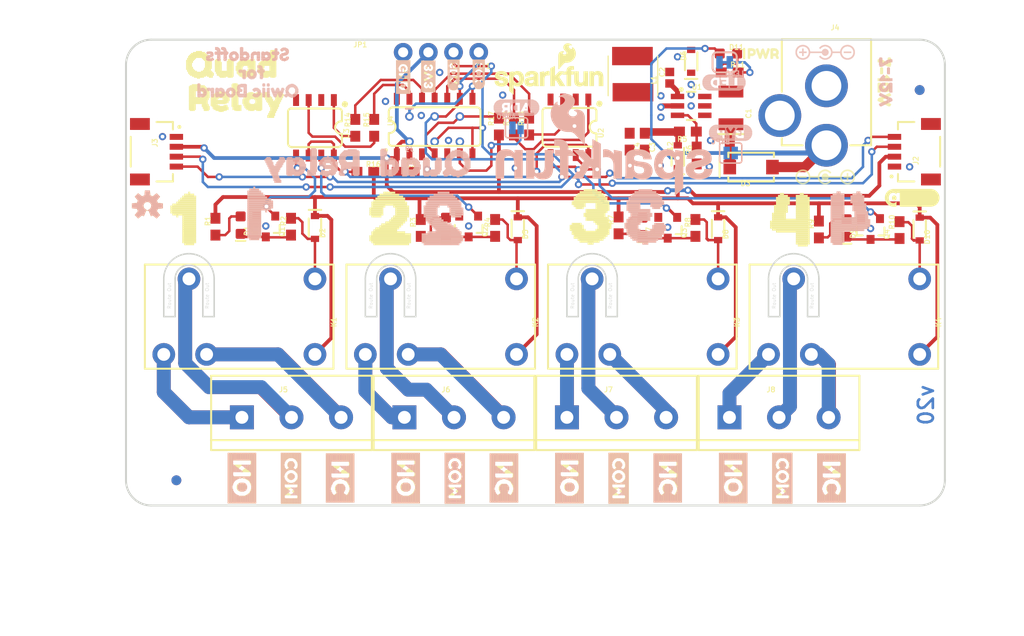
<source format=kicad_pcb>
(kicad_pcb (version 20211014) (generator pcbnew)
  (layers (0 "F.Cu" signal) (31 "B.Cu" signal) (34 "B.Paste" user) (35 "F.Paste" user) (36 "B.SilkS" user "B.Silkscreen") (37 "F.SilkS" user "F.Silkscreen") (38 "B.Mask" user) (39 "F.Mask" user) (44 "Edge.Cuts" user))
  (net 0 "")
  (net 1 "N$2")
  (net 2 "COM1")
  (net 3 "NO1")
  (net 4 "NC1")
  (net 5 "GND")
  (net 6 "SDA/MOSI")
  (net 7 "SCL/SCK")
  (net 8 "3.3V")
  (net 9 "~{RESET}")
  (net 10 "N$13")
  (net 11 "MISO")
  (net 12 "N$3")
  (net 13 "N$5")
  (net 14 "N$6")
  (net 15 "N$9")
  (net 16 "N$11")
  (net 17 "RELAY_CTRL1")
  (net 18 "RELAY_CTRL2")
  (net 19 "RELAY_CTRL3")
  (net 20 "RELAY_CTRL4")
  (net 21 "N$12")
  (net 22 "N$15")
  (net 23 "N$17")
  (net 24 "NO2")
  (net 25 "COM2")
  (net 26 "NC2")
  (net 27 "NO3")
  (net 28 "COM3")
  (net 29 "NC3")
  (net 30 "NO4")
  (net 31 "COM4")
  (net 32 "NC4")
  (net 33 "OPTO_1")
  (net 34 "OPTO_2")
  (net 35 "OPTO_3")
  (net 36 "OPTO_4")
  (net 37 "5V")
  (net 38 "VIN")
  (net 39 "VIN_DC_DC")
  (net 40 "ADDR_JUMP")
  (net 41 "N$10")
  (net 42 "N$18")
  (net 43 "N$23")
  (net 44 "N$24")
  (net 45 "CB")
  (net 46 "SW")
  (net 47 "FB")
  (net 48 "N$14")
  (net 49 "N$1")
  (net 50 "N$4")
  (net 51 "N$7")
  (net 52 "N$8")
  (net 53 "5V_OUT")
  (footprint "boardEagle:0603" (layer "F.Cu") (at 130.3401 90.3986 90)
    (fp_text reference "R14")
    (fp_text value "100")
  )
  (footprint "boardEagle:RELAY-JZC" (layer "F.Cu") (at 137.7061 109.4486 90)
    (fp_text reference "K2")
    (fp_text value "RELAY-SPDT-JZC-11F")
  )
  (footprint "boardEagle:NO0" (layer "F.Cu") (at 135.4201 122.2756 -90)
    (fp_text reference "U$18" hide)
    (fp_text value "" hide)
  )
  (footprint "boardEagle:0603" (layer "F.Cu") (at 177.0761 100.6563 90)
    (fp_text reference "R9")
    (fp_text value "1k")
  )
  (footprint "boardEagle:SOD-323" (layer "F.Cu") (at 164.1983 83.693 90)
    (fp_text reference "D6")
    (fp_text value "3A/10V/280mV")
  )
  (footprint "boardEagle:POLARITY_MARKING_CENTER_POSITIVE#JPG" (layer "F.Cu") (at 177.7111 95.3516)
    (fp_text reference "U$51" hide)
    (fp_text value "" hide)
  )
  (footprint "boardEagle:LED-0603" (layer "F.Cu") (at 159.2961 100.34295 -90)
    (fp_text reference "D7")
    (fp_text value "BLUE")
  )
  (footprint "boardEagle:0603" (layer "F.Cu") (at 123.8631 100.372 90)
    (fp_text reference "R2")
    (fp_text value "0")
  )
  (footprint "boardEagle:20" (layer "F.Cu") (at 127.1651 99.5426)
    (fp_text reference "U$2" hide)
    (fp_text value "" hide)
  )
  (footprint "boardEagle:STAND-OFF" (layer "F.Cu") (at 187.2361 84.0486)
    (fp_text reference "JP5" hide)
    (fp_text value "STAND-OFF" hide)
  )
  (footprint "boardEagle:0603" (layer "F.Cu") (at 136.9441 100.499 90)
    (fp_text reference "R3")
    (fp_text value "1k")
  )
  (footprint "boardEagle:0603" (layer "F.Cu") (at 135.4201 94.8436)
    (fp_text reference "C5")
    (fp_text value "0.1uF")
  )
  (footprint "boardEagle:SOD-323" (layer "F.Cu") (at 146.7231 100.57755 -90)
    (fp_text reference "D5")
    (fp_text value "1A/23V/620mV")
  )
  (footprint "boardEagle:0402" (layer "F.Cu") (at 162.0393 85.344 90)
    (fp_text reference "C2")
    (fp_text value "0.1uF")
  )
  (footprint "boardEagle:RELAY0" (layer "F.Cu") (at 111.2647 87.3506)
    (fp_text reference "U$7" hide)
    (fp_text value "" hide)
  )
  (footprint "boardEagle:NC0" (layer "F.Cu") (at 128.8161 122.4026 -90)
    (fp_text reference "U$17" hide)
    (fp_text value "" hide)
  )
  (footprint "boardEagle:JST04_1MM_RA" (layer "F.Cu") (at 112.3061 92.8116 -90)
    (fp_text reference "J3")
    (fp_text value "Qwiic Right Angle")
  )
  (footprint "boardEagle:40" (layer "F.Cu") (at 167.5511 99.6696)
    (fp_text reference "U$5" hide)
    (fp_text value "" hide)
  )
  (footprint "boardEagle:LED-0603" (layer "F.Cu") (at 139.4841 100.34295 -90)
    (fp_text reference "D4")
    (fp_text value "BLUE")
  )
  (footprint "boardEagle:SOD-323" (layer "F.Cu") (at 162.8521 93.3196 90)
    (fp_text reference "D12")
    (fp_text value "3A/10V/280mV")
  )
  (footprint "boardEagle:CREATIVE_COMMONS" (layer "F.Cu") (at 114.8461 141.1986)
    (fp_text reference "FRAME1" hide)
    (fp_text value "FRAME-LEDGER" hide)
  )
  (footprint "boardEagle:INDUCTOR_15UH" (layer "F.Cu") (at 158.2801 85.0646 -90)
    (fp_text reference "L1")
    (fp_text value "15uH" hide)
  )
  (footprint "boardEagle:NO0" (layer "F.Cu") (at 118.9101 122.2756 -90)
    (fp_text reference "U$15" hide)
    (fp_text value "" hide)
  )
  (footprint "boardEagle:GND-03" (layer "F.Cu") (at 135.1661 83.1596 -90)
    (fp_text reference "U$9" hide)
    (fp_text value "" hide)
  )
  (footprint "boardEagle:0603" (layer "F.Cu") (at 185.2041 100.7149 90)
    (fp_text reference "R10")
    (fp_text value "0")
  )
  (footprint "boardEagle:JST04_1MM_RA" (layer "F.Cu") (at 184.6961 92.8116 90)
    (fp_text reference "J2")
    (fp_text value "Qwiic Right Angle")
  )
  (footprint "boardEagle:0603" (layer "F.Cu") (at 164.7571 93.1926 90)
    (fp_text reference "R6")
    (fp_text value "2.0k")
  )
  (footprint "boardEagle:QWIIC_5.5MM" (layer "F.Cu") (at 186.4741 97.4598)
    (fp_text reference "U$55" hide)
    (fp_text value "" hide)
  )
  (footprint "boardEagle:0603" (layer "F.Cu") (at 147.8661 90.2716 90)
    (fp_text reference "R13")
    (fp_text value "100")
  )
  (footprint "boardEagle:STAND-OFF" (layer "F.Cu") (at 109.7661 84.0486)
    (fp_text reference "JP4" hide)
    (fp_text value "STAND-OFF" hide)
  )
  (footprint "boardEagle:SOT23-3" (layer "F.Cu") (at 182.2831 100.5586 180)
    (fp_text reference "Q4")
    (fp_text value "600mA/40V")
  )
  (footprint "boardEagle:RELAY-JZC" (layer "F.Cu") (at 158.0261 109.4486 90)
    (fp_text reference "K3")
    (fp_text value "RELAY-SPDT-JZC-11F")
  )
  (footprint "boardEagle:RELAY-JZC" (layer "F.Cu") (at 178.3461 109.4486 90)
    (fp_text reference "K4")
    (fp_text value "RELAY-SPDT-JZC-11F")
  )
  (footprint "boardEagle:0603" (layer "F.Cu") (at 156.8831 100.245 90)
    (fp_text reference "R7")
    (fp_text value "1k")
  )
  (footprint "boardEagle:0603" (layer "F.Cu") (at 164.6301 100.499 90)
    (fp_text reference "R8")
    (fp_text value "0")
  )
  (footprint "boardEagle:SOT23-3" (layer "F.Cu") (at 121.3231 100.3046 180)
    (fp_text reference "Q1")
    (fp_text value "600mA/40V")
  )
  (footprint "boardEagle:SO08" (layer "F.Cu") (at 151.9301 90.3478 180)
    (fp_text reference "U2")
    (fp_text value "DUAL-OPTOISOLATOR_SOIC8")
  )
  (footprint "boardEagle:3V3-03" (layer "F.Cu") (at 137.7061 83.1596 -90)
    (fp_text reference "U$10" hide)
    (fp_text value "" hide)
  )
  (footprint "boardEagle:LED-0603" (layer "F.Cu") (at 167.9575 82.9056)
    (fp_text reference "D11")
    (fp_text value "RED")
  )
  (footprint "boardEagle:STAND-OFF" (layer "F.Cu") (at 109.7661 125.9586)
    (fp_text reference "JP6" hide)
    (fp_text value "STAND-OFF" hide)
  )
  (footprint "boardEagle:0603" (layer "F.Cu") (at 144.8181 90.2716 90)
    (fp_text reference "R17")
    (fp_text value "10k")
  )
  (footprint "boardEagle:COM0" (layer "F.Cu") (at 123.8631 122.5296 -90)
    (fp_text reference "U$16" hide)
    (fp_text value "" hide)
  )
  (footprint "boardEagle:QUAD0" (layer "F.Cu") (at 110.8837 83.9978)
    (fp_text reference "U$6" hide)
    (fp_text value "" hide)
  )
  (footprint "boardEagle:FIDUCIAL-1X2" (layer "F.Cu") (at 112.3061 125.9586)
    (fp_text reference "FD2" hide)
    (fp_text value "FIDUCIAL1X2" hide)
  )
  (footprint "boardEagle:STAND-OFF" (layer "F.Cu") (at 130.0861 84.0486)
    (fp_text reference "JP1")
    (fp_text value "STAND-OFF")
  )
  (footprint "boardEagle:0603" (layer "F.Cu") (at 163.8681 90.7796 180)
    (fp_text reference "R5")
    (fp_text value "12k")
  )
  (footprint "boardEagle:0603" (layer "F.Cu") (at 132.2451 90.3986 90)
    (fp_text reference "R15")
    (fp_text value "100")
  )
  (footprint "boardEagle:SMA-DIODE" (layer "F.Cu") (at 170.2435 94.361 180)
    (fp_text reference "D3")
    (fp_text value "1A/40V/500mV")
  )
  (footprint "boardEagle:0603" (layer "F.Cu") (at 146.3421 90.2716 90)
    (fp_text reference "R12")
    (fp_text value "100")
  )
  (footprint "boardEagle:SCREWTERMINAL-5MM-3" (layer "F.Cu") (at 151.6761 119.6086)
    (fp_text reference "J7")
    (fp_text value "")
  )
  (footprint "boardEagle:LED-0603" (layer "F.Cu") (at 118.7831 100.21595 -90)
    (fp_text reference "D1")
    (fp_text value "BLUE")
  )
  (footprint "boardEagle:LED-0603" (layer "F.Cu") (at 179.8701 100.50025 -90)
    (fp_text reference "D9")
    (fp_text value "BLUE")
  )
  (footprint "boardEagle:0603" (layer "F.Cu") (at 168.0845 84.8106)
    (fp_text reference "R11")
    (fp_text value "1k")
  )
  (footprint "boardEagle:NO0" (layer "F.Cu") (at 151.9301 122.2756 -90)
    (fp_text reference "U$21" hide)
    (fp_text value "" hide)
  )
  (footprint "boardEagle:7#12V0" (layer "F.Cu") (at 183.6801 82.1436 -90)
    (fp_text reference "U$1" hide)
    (fp_text value "" hide)
  )
  (footprint "boardEagle:SCREWTERMINAL-5MM-3" (layer "F.Cu") (at 135.2931 119.6086)
    (fp_text reference "J6")
    (fp_text value "")
  )
  (footprint "boardEagle:NO0" (layer "F.Cu") (at 168.4401 122.2756 -90)
    (fp_text reference "U$24" hide)
    (fp_text value "" hide)
  )
  (footprint "boardEagle:NC0" (layer "F.Cu") (at 178.3461 122.4026 -90)
    (fp_text reference "U$26" hide)
    (fp_text value "" hide)
  )
  (footprint "boardEagle:COM0" (layer "F.Cu") (at 156.8831 122.5296 -90)
    (fp_text reference "U$22" hide)
    (fp_text value "" hide)
  )
  (footprint "boardEagle:0603" (layer "F.Cu") (at 131.3561 94.8436)
    (fp_text reference "R16")
    (fp_text value "330")
  )
  (footprint "boardEagle:SOT23-6" (layer "F.Cu") (at 164.1983 88.1888 -90)
    (fp_text reference "U1")
    (fp_text value "LMR14010A")
  )
  (footprint "boardEagle:SOT23-3" (layer "F.Cu") (at 161.8361 100.4316 180)
    (fp_text reference "Q3")
    (fp_text value "600mA/40V")
  )
  (footprint "boardEagle:POWER_JACK_PTH" (layer "F.Cu") (at 177.8381 78.4606 180)
    (fp_text reference "J4")
    (fp_text value "POWER_JACK")
  )
  (footprint "boardEagle:SCREWTERMINAL-5MM-3" (layer "F.Cu") (at 118.9101 119.6086)
    (fp_text reference "J5")
    (fp_text value "")
  )
  (footprint "boardEagle:0603" (layer "F.Cu") (at 159.5247 91.7956 -90)
    (fp_text reference "C3")
    (fp_text value "10uF")
  )
  (footprint "boardEagle:SCK-[)-03" (layer "F.Cu") (at 142.7861 83.1596 -90)
    (fp_text reference "U$8" hide)
    (fp_text value "" hide)
  )
  (footprint "boardEagle:30" (layer "F.Cu") (at 147.3581 99.2886)
    (fp_text reference "U$4" hide)
    (fp_text value "" hide)
  )
  (footprint "boardEagle:FIDUCIAL-1X2" (layer "F.Cu") (at 187.2361 86.5886)
    (fp_text reference "FD4" hide)
    (fp_text value "FIDUCIAL1X2" hide)
  )
  (footprint "boardEagle:SOD-323" (layer "F.Cu") (at 126.2761 100.45055 -90)
    (fp_text reference "D2")
    (fp_text value "1A/23V/620mV")
  )
  (footprint "boardEagle:SOD-323" (layer "F.Cu") (at 187.2361 100.60785 -90)
    (fp_text reference "D10")
    (fp_text value "1A/23V/620mV")
  )
  (footprint "boardEagle:OSHW-LOGO-S" (layer "F.Cu") (at 109.3851 98.2726)
    (fp_text reference "LOGO2" hide)
    (fp_text value "OSHW-LOGOS" hide)
  )
  (footprint "boardEagle:PWR_TO" (layer "F.Cu") (at 168.9481 82.9056)
    (fp_text reference "U$46" hide)
    (fp_text value "" hide)
  )
  (footprint "boardEagle:SO14" (layer "F.Cu") (at 138.3411 90.2716)
    (fp_text reference "U4")
    (fp_text value "ATTINY84-ARDUINO")
  )
  (footprint "boardEagle:NC0" (layer "F.Cu") (at 145.3261 122.4026 -90)
    (fp_text reference "U$20" hide)
    (fp_text value "" hide)
  )
  (footprint "boardEagle:0603" (layer "F.Cu") (at 158.0007 91.7956 -90)
    (fp_text reference "C4")
    (fp_text value "10uF")
  )
  (footprint "boardEagle:COM0" (layer "F.Cu") (at 173.3931 122.5296 -90)
    (fp_text reference "U$25" hide)
    (fp_text value "" hide)
  )
  (footprint "boardEagle:SFE_LOGO_NAME_FLAME_.1" (layer "F.Cu") (at 149.9489 85.5726)
    (fp_text reference "LOGO1" hide)
    (fp_text value "SFE_LOGO_NAME_FLAME.1_INCH" hide)
  )
  (footprint "boardEagle:EIA3528" (layer "F.Cu") (at 168.2115 88.392 -90)
    (fp_text reference "C1")
    (fp_text value "10uF")
  )
  (footprint "boardEagle:10" (layer "F.Cu") (at 107.0991 99.5426)
    (fp_text reference "U$3" hide)
    (fp_text value "" hide)
  )
  (footprint "boardEagle:1X04_NO_SILK" (layer "F.Cu") (at 142.7861 82.7786 180)
    (fp_text reference "J1")
    (fp_text value "")
  )
  (footprint "boardEagle:SOT23-3" (layer "F.Cu") (at 141.7701 100.3046 180)
    (fp_text reference "Q2")
    (fp_text value "600mA/40V")
  )
  (footprint "boardEagle:NC0" (layer "F.Cu") (at 161.8361 122.4026 -90)
    (fp_text reference "U$23" hide)
    (fp_text value "" hide)
  )
  (footprint "boardEagle:RELAY-JZC" (layer "F.Cu") (at 117.3861 109.4486 90)
    (fp_text reference "K1")
    (fp_text value "RELAY-SPDT-JZC-11F")
  )
  (footprint "boardEagle:COM0" (layer "F.Cu") (at 140.3731 122.5296 -90)
    (fp_text reference "U$19" hide)
    (fp_text value "" hide)
  )
  (footprint "boardEagle:SOD-323" (layer "F.Cu") (at 166.9161 100.57755 -90)
    (fp_text reference "D8")
    (fp_text value "1A/23V/620mV")
  )
  (footprint "boardEagle:STAND-OFF" (layer "F.Cu") (at 187.2361 125.9586)
    (fp_text reference "JP7" hide)
    (fp_text value "STAND-OFF" hide)
  )
  (footprint "boardEagle:SCREWTERMINAL-5MM-3" (layer "F.Cu") (at 168.0591 119.6086)
    (fp_text reference "J8")
    (fp_text value "")
  )
  (footprint "boardEagle:0603" (layer "F.Cu") (at 144.4371 100.499 90)
    (fp_text reference "R4")
    (fp_text value "0")
  )
  (footprint "boardEagle:SDA0" (layer "F.Cu") (at 140.2461 83.1596 -90)
    (fp_text reference "U$11" hide)
    (fp_text value "" hide)
  )
  (footprint "boardEagle:0603" (layer "F.Cu") (at 116.2431 100.372 90)
    (fp_text reference "R1")
    (fp_text value "1k")
  )
  (footprint "boardEagle:SO08" (layer "F.Cu") (at 126.2761 90.3986 180)
    (fp_text reference "U3")
    (fp_text value "DUAL-OPTOISOLATOR_SOIC8")
  )
  (footprint "boardEagle:2X3_TEST_POINTS" (layer "B.Cu") (at 138.3411 90.5256)
    (fp_text reference "J9")
    (fp_text value "AVR_SPI_PROG_3X2TESTPOINTS")
  )
  (footprint "boardEagle:QUAD0" (layer "B.Cu") (at 144.3609 93.9546 180)
    (fp_text reference "U$43" hide)
    (fp_text value "" hide)
  )
  (footprint "boardEagle:40" (layer "B.Cu") (at 186.8551 99.5133 180)
    (fp_text reference "U$42" hide)
    (fp_text value "" hide)
  )
  (footprint "boardEagle:7#12V0" (layer "B.Cu") (at 183.8071 82.1436 -90)
    (fp_text reference "U$49" hide)
    (fp_text value "" hide)
  )
  (footprint "boardEagle:NO0" (layer "B.Cu") (at 168.4401 122.2756 -90)
    (fp_text reference "U$30" hide)
    (fp_text value "" hide)
  )
  (footprint "boardEagle:OSHW-LOGO-S" (layer "B.Cu") (at 109.3851 98.2726 180)
    (fp_text reference "U$13" hide)
    (fp_text value "" hide)
  )
  (footprint "boardEagle:SFE_LOGO_NAME_FLAME_.2" (layer "B.Cu") (at 155.3337 94.361 180)
    (fp_text reference "U$57" hide)
    (fp_text value "" hide)
  )
  (footprint "boardEagle:SMT-JUMPER_2_NO_SILK" (layer "B.Cu") (at 146.5961 90.3986 180)
    (fp_text reference "ADR0")
    (fp_text value "JUMPER-SMT_2_NO_SILK")
  )
  (footprint "boardEagle:COM0" (layer "B.Cu") (at 140.3731 122.5296 -90)
    (fp_text reference "U$34" hide)
    (fp_text value "" hide)
  )
  (footprint "boardEagle:RELAY0" (layer "B.Cu") (at 133.0833 93.9038 180)
    (fp_text reference "U$44" hide)
    (fp_text value "" hide)
  )
  (footprint "boardEagle:STANDOFFS0" (layer "B.Cu") (at 124.8537 82.9818 180)
    (fp_text reference "U$50" hide)
    (fp_text value "" hide)
  )
  (footprint "boardEagle:FOR1" (layer "B.Cu") (at 122.3645 84.8106 180)
    (fp_text reference "U$52" hide)
    (fp_text value "" hide)
  )
  (footprint "boardEagle:FIDUCIAL-1X2" (layer "B.Cu") (at 187.2361 86.5886 180)
    (fp_text reference "FD1" hide)
    (fp_text value "FIDUCIAL1X2" hide)
  )
  (footprint "boardEagle:NC0" (layer "B.Cu") (at 161.8361 122.4026 -90)
    (fp_text reference "U$32" hide)
    (fp_text value "" hide)
  )
  (footprint "boardEagle:NC0" (layer "B.Cu") (at 178.3461 122.4026 -90)
    (fp_text reference "U$29" hide)
    (fp_text value "" hide)
  )
  (footprint "boardEagle:GND-03" (layer "B.Cu") (at 135.1661 83.1596 -90)
    (fp_text reference "U$45" hide)
    (fp_text value "" hide)
  )
  (footprint "boardEagle:NO0" (layer "B.Cu") (at 151.9301 122.2756 -90)
    (fp_text reference "U$27" hide)
    (fp_text value "" hide)
  )
  (footprint "boardEagle:30" (layer "B.Cu") (at 166.2811 99.2886 180)
    (fp_text reference "U$41" hide)
    (fp_text value "" hide)
  )
  (footprint "boardEagle:10" (layer "B.Cu") (at 126.6571 99.0346 180)
    (fp_text reference "U$39" hide)
    (fp_text value "" hide)
  )
  (footprint "boardEagle:NO0" (layer "B.Cu") (at 118.9101 122.2756 -90)
    (fp_text reference "U$36" hide)
    (fp_text value "" hide)
  )
  (footprint "boardEagle:SCK-[)-03" (layer "B.Cu") (at 142.7861 83.1596 -90)
    (fp_text reference "U$48" hide)
    (fp_text value "" hide)
  )
  (footprint "boardEagle:COM0" (layer "B.Cu") (at 156.8831 122.5296 -90)
    (fp_text reference "U$31" hide)
    (fp_text value "" hide)
  )
  (footprint "boardEagle:20" (layer "B.Cu") (at 145.8341 99.5426 180)
    (fp_text reference "U$40" hide)
    (fp_text value "" hide)
  )
  (footprint "boardEagle:COM0" (layer "B.Cu") (at 173.3931 122.5296 -90)
    (fp_text reference "U$28" hide)
    (fp_text value "" hide)
  )
  (footprint "boardEagle:3V3-03" (layer "B.Cu") (at 137.7061 83.1596 -90)
    (fp_text reference "U$12" hide)
    (fp_text value "" hide)
  )
  (footprint "boardEagle:COM0" (layer "B.Cu") (at 123.8631 122.5296 -90)
    (fp_text reference "U$37" hide)
    (fp_text value "" hide)
  )
  (footprint "boardEagle:SMT-JUMPER_2_NO_SILK" (layer "B.Cu") (at 168.1861 92.9386 180)
    (fp_text reference "BYP0")
    (fp_text value "JUMPER-SMT_2_NO_SILK")
  )
  (footprint "boardEagle:ADR-()-04" (layer "B.Cu") (at 149.0091 88.3666 180)
    (fp_text reference "U$56" hide)
    (fp_text value "" hide)
  )
  (footprint "boardEagle:LED" (layer "B.Cu") (at 169.8117 85.8266 180)
    (fp_text reference "U$53" hide)
    (fp_text value "" hide)
  )
  (footprint "boardEagle:NO0" (layer "B.Cu") (at 135.4201 122.2756 -90)
    (fp_text reference "U$33" hide)
    (fp_text value "" hide)
  )
  (footprint "boardEagle:NC0" (layer "B.Cu") (at 128.8161 122.4026 -90)
    (fp_text reference "U$38" hide)
    (fp_text value "" hide)
  )
  (footprint "boardEagle:QWIIC_BOARD2" (layer "B.Cu") (at 125.7681 86.6394 180)
    (fp_text reference "U$58" hide)
    (fp_text value "" hide)
  )
  (footprint "boardEagle:SDA0" (layer "B.Cu") (at 140.2461 83.1596 -90)
    (fp_text reference "U$47" hide)
    (fp_text value "" hide)
  )
  (footprint "boardEagle:BYP" (layer "B.Cu") (at 170.4721 90.9066 180)
    (fp_text reference "U$14" hide)
    (fp_text value "" hide)
  )
  (footprint "boardEagle:SMT-JUMPER_2_NC_TRACE_SILK" (layer "B.Cu") (at 167.5765 83.7946)
    (fp_text reference "LED0")
    (fp_text value "JUMPER-SMT_2_NC_TRACE_SILK")
  )
  (footprint "boardEagle:NC0" (layer "B.Cu") (at 145.3261 122.4026 -90)
    (fp_text reference "U$35" hide)
    (fp_text value "" hide)
  )
  (footprint "boardEagle:POLARITY_MARKING_CENTER_POSITIVE#JPG" (layer "B.Cu") (at 177.7111 82.7786 180)
    (fp_text reference "U$54" hide)
    (fp_text value "" hide)
  )
  (footprint "boardEagle:FIDUCIAL-1X2" (layer "B.Cu") (at 112.3061 125.9586 180)
    (fp_text reference "FD3" hide)
    (fp_text value "FIDUCIAL1X2" hide)
  )
  (gr_arc (start 152.8191 105.6386) (mid 153.228272 104.650772) (end 154.2161 104.2416) (layer "Edge.Cuts") (width 0.1524))
  (gr_line (start 155.6131 109.4486) (end 155.6131 105.6386) (layer "Edge.Cuts") (width 0.1524))
  (gr_line (start 132.4991 105.6386) (end 132.4991 109.4486) (layer "Edge.Cuts") (width 0.1524))
  (gr_arc (start 132.4991 105.6386) (mid 132.908272 104.650772) (end 133.8961 104.2416) (layer "Edge.Cuts") (width 0.1524))
  (gr_arc (start 154.2161 103.0986) (mid 156.012151 103.842549) (end 156.7561 105.6386) (layer "Edge.Cuts") (width 0.1524))
  (gr_arc (start 154.2161 104.2416) (mid 155.203928 104.650772) (end 155.6131 105.6386) (layer "Edge.Cuts") (width 0.1524))
  (gr_arc (start 109.7661 128.4986) (mid 107.970049 127.754651) (end 107.2261 125.9586) (layer "Edge.Cuts") (width 0.2032))
  (gr_line (start 177.0761 109.4486) (end 175.9331 109.4486) (layer "Edge.Cuts") (width 0.1524))
  (gr_arc (start 173.1391 105.6386) (mid 173.548272 104.650772) (end 174.5361 104.2416) (layer "Edge.Cuts") (width 0.1524))
  (gr_arc (start 113.5761 103.0986) (mid 115.372151 103.842549) (end 116.1161 105.6386) (layer "Edge.Cuts") (width 0.1524))
  (gr_line (start 173.1391 105.6386) (end 173.1391 109.4486) (layer "Edge.Cuts") (width 0.1524))
  (gr_line (start 156.7561 105.6386) (end 156.7561 109.4486) (layer "Edge.Cuts") (width 0.1524))
  (gr_line (start 173.1391 109.4486) (end 171.9961 109.4486) (layer "Edge.Cuts") (width 0.1524))
  (gr_line (start 112.1791 109.4486) (end 111.0361 109.4486) (layer "Edge.Cuts") (width 0.1524))
  (gr_arc (start 133.8961 103.0986) (mid 135.692151 103.842549) (end 136.4361 105.6386) (layer "Edge.Cuts") (width 0.1524))
  (gr_arc (start 131.3561 105.6386) (mid 132.100049 103.842549) (end 133.8961 103.0986) (layer "Edge.Cuts") (width 0.1524))
  (gr_line (start 156.7561 109.4486) (end 155.6131 109.4486) (layer "Edge.Cuts") (width 0.1524))
  (gr_arc (start 187.2361 81.5086) (mid 189.032151 82.252549) (end 189.7761 84.0486) (layer "Edge.Cuts") (width 0.2032))
  (gr_arc (start 112.1791 105.6386) (mid 112.588272 104.650772) (end 113.5761 104.2416) (layer "Edge.Cuts") (width 0.1524))
  (gr_line (start 114.9731 109.4486) (end 114.9731 105.6386) (layer "Edge.Cuts") (width 0.1524))
  (gr_line (start 152.8191 109.4486) (end 151.6761 109.4486) (layer "Edge.Cuts") (width 0.1524))
  (gr_line (start 189.7761 125.9586) (end 189.7761 84.0486) (layer "Edge.Cuts") (width 0.2032))
  (gr_arc (start 107.2261 84.0486) (mid 107.970049 82.252549) (end 109.7661 81.5086) (layer "Edge.Cuts") (width 0.2032))
  (gr_line (start 131.3561 109.4486) (end 131.3561 105.6386) (layer "Edge.Cuts") (width 0.1524))
  (gr_line (start 132.4991 109.4486) (end 131.3561 109.4486) (layer "Edge.Cuts") (width 0.1524))
  (gr_line (start 171.9961 109.4486) (end 171.9961 105.6386) (layer "Edge.Cuts") (width 0.1524))
  (gr_line (start 151.6761 109.4486) (end 151.6761 105.6386) (layer "Edge.Cuts") (width 0.1524))
  (gr_arc (start 171.9961 105.6386) (mid 172.740049 103.842549) (end 174.5361 103.0986) (layer "Edge.Cuts") (width 0.1524))
  (gr_line (start 136.4361 105.6386) (end 136.4361 109.4486) (layer "Edge.Cuts") (width 0.1524))
  (gr_line (start 109.7661 128.4986) (end 187.2361 128.4986) (layer "Edge.Cuts") (width 0.2032))
  (gr_line (start 116.1161 109.4486) (end 114.9731 109.4486) (layer "Edge.Cuts") (width 0.1524))
  (gr_arc (start 189.7761 125.9586) (mid 189.032151 127.754651) (end 187.2361 128.4986) (layer "Edge.Cuts") (width 0.2032))
  (gr_line (start 136.4361 109.4486) (end 135.2931 109.4486) (layer "Edge.Cuts") (width 0.1524))
  (gr_line (start 135.2931 109.4486) (end 135.2931 105.6386) (layer "Edge.Cuts") (width 0.1524))
  (gr_arc (start 111.0361 105.6386) (mid 111.780049 103.842549) (end 113.5761 103.0986) (layer "Edge.Cuts") (width 0.1524))
  (gr_line (start 111.0361 109.4486) (end 111.0361 105.6386) (layer "Edge.Cuts") (width 0.1524))
  (gr_line (start 175.9331 109.4486) (end 175.9331 105.6386) (layer "Edge.Cuts") (width 0.1524))
  (gr_arc (start 113.5761 104.2416) (mid 114.563928 104.650772) (end 114.9731 105.6386) (layer "Edge.Cuts") (width 0.1524))
  (gr_arc (start 174.5361 104.2416) (mid 175.523928 104.650772) (end 175.9331 105.6386) (layer "Edge.Cuts") (width 0.1524))
  (gr_arc (start 151.6761 105.6386) (mid 152.420049 103.842549) (end 154.2161 103.0986) (layer "Edge.Cuts") (width 0.1524))
  (gr_arc (start 174.5361 103.0986) (mid 176.332151 103.842549) (end 177.0761 105.6386) (layer "Edge.Cuts") (width 0.1524))
  (gr_line (start 107.2261 84.0486) (end 107.2261 125.9586) (layer "Edge.Cuts") (width 0.2032))
  (gr_arc (start 133.8961 104.2416) (mid 134.883928 104.650772) (end 135.2931 105.6386) (layer "Edge.Cuts") (width 0.1524))
  (gr_line (start 112.1791 105.6386) (end 112.1791 109.4486) (layer "Edge.Cuts") (width 0.1524))
  (gr_line (start 116.1161 105.6386) (end 116.1161 109.4486) (layer "Edge.Cuts") (width 0.1524))
  (gr_line (start 152.8191 105.6386) (end 152.8191 109.4486) (layer "Edge.Cuts") (width 0.1524))
  (gr_line (start 187.2361 81.5086) (end 109.7661 81.5086) (layer "Edge.Cuts") (width 0.2032))
  (gr_line (start 177.0761 105.6386) (end 177.0761 109.4486) (layer "Edge.Cuts") (width 0.1524))
  (gr_text "v20" (at 188.7601 116.1796 -270) (layer "B.Cu") (effects (font (size 1.5113 1.5113) (thickness 0.2667)) (justify left bottom mirror)))
  (gr_text "Route Out" (at 176.5681 108.6866 90) (layer "Edge.Cuts") (effects (font (size 0.35052 0.35052) (thickness 0.03048)) (justify left bottom)))
  (gr_text "Route Out" (at 172.7581 108.6866 90) (layer "Edge.Cuts") (effects (font (size 0.35052 0.35052) (thickness 0.03048)) (justify left bottom)))
  (gr_text "Route Out" (at 111.7981 108.6866 90) (layer "Edge.Cuts") (effects (font (size 0.35052 0.35052) (thickness 0.03048)) (justify left bottom)))
  (gr_text "Route Out" (at 152.4381 108.6866 90) (layer "Edge.Cuts") (effects (font (size 0.35052 0.35052) (thickness 0.03048)) (justify left bottom)))
  (gr_text "Route Out" (at 132.1181 108.6866 90) (layer "Edge.Cuts") (effects (font (size 0.35052 0.35052) (thickness 0.03048)) (justify left bottom)))
  (gr_text "Route Out" (at 156.2481 108.6866 90) (layer "Edge.Cuts") (effects (font (size 0.35052 0.35052) (thickness 0.03048)) (justify left bottom)))
  (gr_text "Route Out" (at 135.9281 108.6866 90) (layer "Edge.Cuts") (effects (font (size 0.35052 0.35052) (thickness 0.03048)) (justify left bottom)))
  (gr_text "Route Out" (at 115.6081 108.6866 90) (layer "Edge.Cuts") (effects (font (size 0.35052 0.35052) (thickness 0.03048)) (justify left bottom)))
  (segment (start 123.6375 101.4476) (end 123.8631 101.222) (width 0.254) (layer "F.Cu") (net 1))
  (segment (start 118.7831 101.09295) (end 119.09475 101.4046) (width 0.254) (layer "F.Cu") (net 1))
  (segment (start 121.3661 101.4476) (end 123.6375 101.4476) (width 0.254) (layer "F.Cu") (net 1))
  (segment (start 121.3231 101.4046) (end 121.3661 101.4476) (width 0.254) (layer "F.Cu") (net 1))
  (segment (start 119.09475 101.4046) (end 121.3231 101.4046) (width 0.254) (layer "F.Cu") (net 1))
  (segment (start 116.1161 116.5606) (end 115.6081 116.5606) (width 1.397) (layer "F.Cu") (net 2))
  (segment (start 116.1161 116.5606) (end 120.8151 116.5606) (width 1.397) (layer "F.Cu") (net 2))
  (segment (start 120.8151 116.5606) (end 123.8631 119.6086) (width 1.397) (layer "F.Cu") (net 2))
  (segment (start 113.1951 106.0196) (end 113.5761 105.6386) (width 1.397) (layer "F.Cu") (net 2))
  (segment (start 115.6081 116.5606) (end 113.1951 114.1476) (width 1.397) (layer "F.Cu") (net 2))
  (segment (start 113.1951 114.1476) (end 113.1951 106.0196) (width 1.397) (layer "F.Cu") (net 2))
  (segment (start 123.8631 119.6086) (end 123.9101 119.6086) (width 1.397) (layer "F.Cu") (net 2))
  (segment (start 113.1951 106.0196) (end 113.5761 105.6386) (width 1.397) (layer "B.Cu") (net 2))
  (segment (start 123.9101 119.6086) (end 120.8621 116.5606) (width 1.397) (layer "B.Cu") (net 2))
  (segment (start 115.6081 116.5606) (end 113.1951 114.1476) (width 1.397) (layer "B.Cu") (net 2))
  (segment (start 120.8621 116.5606) (end 115.6081 116.5606) (width 1.397) (layer "B.Cu") (net 2))
  (segment (start 113.1951 114.1476) (end 113.1951 106.0196) (width 1.397) (layer "B.Cu") (net 2))
  (segment (start 111.0361 117.0686) (end 113.5761 119.6086) (width 1.397) (layer "F.Cu") (net 3))
  (segment (start 111.0361 113.2586) (end 111.0361 117.0686) (width 1.397) (layer "F.Cu") (net 3))
  (segment (start 113.5761 119.6086) (end 118.9101 119.6086) (width 1.397) (layer "F.Cu") (net 3))
  (segment (start 113.5761 119.6086) (end 111.0361 117.0686) (width 1.397) (layer "B.Cu") (net 3))
  (segment (start 118.9101 119.6086) (end 113.5761 119.6086) (width 1.397) (layer "B.Cu") (net 3))
  (segment (start 111.0361 117.0686) (end 111.0361 113.2586) (width 1.397) (layer "B.Cu") (net 3))
  (segment (start 115.3541 113.2586) (end 122.5601 113.2586) (width 1.397) (layer "F.Cu") (net 4))
  (segment (start 122.5601 113.2586) (end 128.9101 119.6086) (width 1.397) (layer "F.Cu") (net 4))
  (segment (start 115.3541 113.2586) (end 122.5423 113.2586) (width 1.397) (layer "B.Cu") (net 4))
  (segment (start 128.8923 119.6086) (end 128.9101 119.6086) (width 1.397) (layer "B.Cu") (net 4))
  (segment (start 122.5423 113.2586) (end 128.8923 119.6086) (width 1.397) (layer "B.Cu") (net 4))
  (segment (start 162.8232 88.1888) (end 161.2773 88.1888) (width 0.508) (layer "F.Cu") (net 5))
  (segment (start 161.2773 88.1888) (end 161.1503 88.3158) (width 0.508) (layer "F.Cu") (net 5))
  (via (at 186.2201 94.3356) (size 0.7366) (drill 0.381) (layers "F.Cu" "B.Cu") (net 5))
  (via (at 137.5791 94.5896) (size 0.7366) (drill 0.381) (layers "F.Cu" "B.Cu") (net 5))
  (via (at 138.8491 84.8106) (size 0.7366) (drill 0.381) (layers "F.Cu" "B.Cu") (net 5))
  (via (at 152.4381 90.2208) (size 0.7366) (drill 0.381) (layers "F.Cu" "B.Cu") (net 5))
  (via (at 164.1983 86.0298) (size 0.7366) (drill 0.381) (layers "F.Cu" "B.Cu") (net 5))
  (via (at 161.1503 89.3318) (size 0.7366) (drill 0.381) (layers "F.Cu" "B.Cu") (net 5))
  (via (at 166.1541 91.6686) (size 0.7366) (drill 0.381) (layers "F.Cu" "B.Cu") (net 5))
  (via (at 166.0271 94.3102) (size 0.7366) (drill 0.381) (layers "F.Cu" "B.Cu") (net 5))
  (via (at 145.1991 87.0966) (size 0.7366) (drill 0.381) (layers "F.Cu" "B.Cu") (net 5))
  (via (at 182.2831 100.5586) (size 0.7366) (drill 0.381) (layers "F.Cu" "B.Cu") (net 5))
  (via (at 146.4691 94.4626) (size 0.7366) (drill 0.381) (layers "F.Cu" "B.Cu") (net 5))
  (via (at 139.7381 91.6686) (size 0.7366) (drill 0.381) (layers "F.Cu" "B.Cu") (net 5))
  (via (at 161.8361 100.4316) (size 0.7366) (drill 0.381) (layers "F.Cu" "B.Cu") (net 5))
  (via (at 162.8267 83.2358) (size 0.7366) (drill 0.381) (layers "F.Cu" "B.Cu") (net 5))
  (via (at 133.3881 87.7316) (size 0.7366) (drill 0.381) (layers "F.Cu" "B.Cu") (net 5))
  (via (at 164.1983 88.1888) (size 0.7366) (drill 0.381) (layers "F.Cu" "B.Cu") (net 5))
  (via (at 164.1983 87.0458) (size 0.7366) (drill 0.381) (layers "F.Cu" "B.Cu") (net 5))
  (via (at 110.9091 91.2876) (size 0.7366) (drill 0.381) (layers "F.Cu" "B.Cu") (net 5))
  (via (at 136.9949 89.154) (size 0.7366) (drill 0.381) (layers "F.Cu" "B.Cu") (net 5))
  (via (at 161.1503 88.3158) (size 0.7366) (drill 0.381) (layers "F.Cu" "B.Cu") (net 5))
  (via (at 121.3231 100.3046) (size 0.7366) (drill 0.381) (layers "F.Cu" "B.Cu") (net 5))
  (via (at 141.7701 100.3046) (size 0.7366) (drill 0.381) (layers "F.Cu" "B.Cu") (net 5))
  (via (at 158.0261 94.2086) (size 0.7366) (drill 0.381) (layers "F.Cu" "B.Cu") (net 5))
  (via (at 161.0741 94.2086) (size 0.7366) (drill 0.381) (layers "F.Cu" "B.Cu") (net 5))
  (via (at 161.1503 87.1728) (size 0.7366) (drill 0.381) (layers "F.Cu" "B.Cu") (net 5))
  (segment (start 142.1511 90.3986) (end 143.1671 90.3986) (width 0.254) (layer "F.Cu") (net 6))
  (segment (start 112.3061 93.3116) (end 114.7111 93.3116) (width 0.254) (layer "F.Cu") (net 6))
  (segment (start 138.3411 91.7956) (end 139.7381 90.3986) (width 0.254) (layer "F.Cu") (net 6))
  (segment (start 140.2461 83.9216) (end 140.5001 84.1756) (width 0.254) (layer "F.Cu") (net 6))
  (segment (start 114.7111 93.3116) (end 114.9731 93.5736) (width 0.254) (layer "F.Cu") (net 6))
  (segment (start 184.6961 92.3116) (end 182.9101 92.3116) (width 0.254) (layer "F.Cu") (net 6))
  (segment (start 182.9101 92.3116) (end 182.4101 92.8116) (width 0.254) (layer "F.Cu") (net 6))
  (segment (start 127.8001 96.3676) (end 125.3871 96.3676) (width 0.254) (layer "F.Cu") (net 6))
  (segment (start 139.7381 90.3986) (end 142.1511 90.3986) (width 0.254) (layer "F.Cu") (net 6))
  (segment (start 156.1211 96.1136) (end 156.2481 95.9866) (width 0.254) (layer "F.Cu") (net 6))
  (segment (start 142.1511 93.0716) (end 142.1511 90.3986) (width 0.254) (layer "F.Cu") (net 6))
  (segment (start 140.5001 84.1756) (end 144.0561 84.1756) (width 0.254) (layer "F.Cu") (net 6))
  (segment (start 140.2461 82.7786) (end 140.2461 83.9216) (width 0.254) (layer "F.Cu") (net 6))
  (segment (start 152.8445 96.1136) (end 156.1211 96.1136) (width 0.254) (layer "F.Cu") (net 6))
  (via (at 143.1671 90.3986) (size 0.7366) (drill 0.381) (layers "F.Cu" "B.Cu") (net 6))
  (via (at 156.2481 95.9866) (size 0.7366) (drill 0.381) (layers "F.Cu" "B.Cu") (net 6))
  (via (at 125.3871 96.3676) (size 0.7366) (drill 0.381) (layers "F.Cu" "B.Cu") (net 6))
  (via (at 144.0561 84.1756) (size 0.7366) (drill 0.381) (layers "F.Cu" "B.Cu") (net 6))
  (via (at 114.9731 93.5736) (size 0.7366) (drill 0.381) (layers "F.Cu" "B.Cu") (net 6))
  (via (at 127.8001 96.3676) (size 0.7366) (drill 0.381) (layers "F.Cu" "B.Cu") (net 6))
  (via (at 182.4101 92.8116) (size 0.7366) (drill 0.381) (layers "F.Cu" "B.Cu") (net 6))
  (via (at 152.8445 96.1136) (size 0.7366) (drill 0.381) (layers "F.Cu" "B.Cu") (net 6))
  (segment (start 152.8445 95.6564) (end 152.3365 95.1484) (width 0.254) (layer "B.Cu") (net 6))
  (segment (start 152.8445 95.6564) (end 152.8445 96.1136) (width 0.254) (layer "B.Cu") (net 6))
  (segment (start 182.4101 95.0976) (end 182.4101 92.8116) (width 0.254) (layer "B.Cu") (net 6))
  (segment (start 143.1671 85.6996) (end 144.0561 84.8106) (width 0.254) (layer "B.Cu") (net 6))
  (segment (start 143.167096 90.398604) (end 143.1671 90.3986) (width 0.254) (layer "B.Cu") (net 6))
  (segment (start 143.167096 92.3036) (end 143.167096 90.398604) (width 0.254) (layer "B.Cu") (net 6))
  (segment (start 114.9731 95.8596) (end 114.9731 93.5736) (width 0.254) (layer "B.Cu") (net 6))
  (segment (start 181.5211 95.9866) (end 182.4101 95.0976) (width 0.254) (layer "B.Cu") (net 6))
  (segment (start 144.0561 84.8106) (end 144.0561 84.1756) (width 0.254) (layer "B.Cu") (net 6))
  (segment (start 143.1671 90.3986) (end 143.1671 85.6996) (width 0.254) (layer "B.Cu") (net 6))
  (segment (start 143.167096 92.3036) (end 143.929096 93.0656) (width 0.254) (layer "B.Cu") (net 6))
  (segment (start 143.929096 93.0656) (end 150.2537 93.0656) (width 0.254) (layer "B.Cu") (net 6))
  (segment (start 115.4811 96.3676) (end 114.9731 95.8596) (width 0.254) (layer "B.Cu") (net 6))
  (segment (start 125.3871 96.3676) (end 115.4811 96.3676) (width 0.254) (layer "B.Cu") (net 6))
  (segment (start 156.2481 95.9866) (end 181.5211 95.9866) (width 0.254) (layer "B.Cu") (net 6))
  (segment (start 127.8001 96.3676) (end 151.1173 96.3676) (width 0.254) (layer "B.Cu") (net 6))
  (segment (start 150.2537 93.0656) (end 152.3365 95.1484) (width 0.254) (layer "B.Cu") (net 6))
  (segment (start 151.1173 96.3676) (end 152.3365 95.1484) (width 0.254) (layer "B.Cu") (net 6))
  (segment (start 115.4811 95.3516) (end 116.6241 95.3516) (width 0.254) (layer "F.Cu") (net 7))
  (segment (start 127.8001 95.3516) (end 125.0061 95.3516) (width 0.254) (layer "F.Cu") (net 7))
  (segment (start 112.3061 94.3116) (end 114.4411 94.3116) (width 0.254) (layer "F.Cu") (net 7))
  (segment (start 140.8811 87.4716) (end 140.8811 86.2076) (width 0.254) (layer "F.Cu") (net 7))
  (segment (start 140.8811 87.8586) (end 139.4841 89.2556) (width 0.254) (layer "F.Cu") (net 7))
  (segment (start 140.8811 87.4716) (end 140.8811 87.8586) (width 0.254) (layer "F.Cu") (net 7))
  (segment (start 138.3411 89.2556) (end 139.4841 89.2556) (width 0.254) (layer "F.Cu") (net 7))
  (segment (start 182.3861 91.3116) (end 182.0291 91.6686) (width 0.254) (layer "F.Cu") (net 7))
  (segment (start 155.6131 95.3516) (end 155.9941 94.9706) (width 0.254) (layer "F.Cu") (net 7))
  (segment (start 155.6131 95.3516) (end 151.1681 95.3516) (width 0.254) (layer "F.Cu") (net 7))
  (segment (start 114.4411 94.3116) (end 115.4811 95.3516) (width 0.254) (layer "F.Cu") (net 7))
  (segment (start 184.6961 91.3116) (end 182.3861 91.3116) (width 0.254) (layer "F.Cu") (net 7))
  (via (at 140.8811 86.2076) (size 0.7366) (drill 0.381) (layers "F.Cu" "B.Cu") (net 7))
  (via (at 182.0291 91.6686) (size 0.7366) (drill 0.381) (layers "F.Cu" "B.Cu") (net 7))
  (via (at 151.1681 95.3516) (size 0.7366) (drill 0.381) (layers "F.Cu" "B.Cu") (net 7))
  (via (at 155.9941 94.9706) (size 0.7366) (drill 0.381) (layers "F.Cu" "B.Cu") (net 7))
  (via (at 127.8001 95.3516) (size 0.7366) (drill 0.381) (layers "F.Cu" "B.Cu") (net 7))
  (via (at 116.6241 95.3516) (size 0.7366) (drill 0.381) (layers "F.Cu" "B.Cu") (net 7))
  (via (at 125.0061 95.3516) (size 0.7366) (drill 0.381) (layers "F.Cu" "B.Cu") (net 7))
  (segment (start 156.2481 94.9706) (end 155.9941 94.9706) (width 0.254) (layer "B.Cu") (net 7))
  (segment (start 151.1681 94.9706) (end 149.7711 93.5736) (width 0.254) (layer "B.Cu") (net 7))
  (segment (start 137.4521 89.8906) (end 138.0871 89.2556) (width 0.254) (layer "B.Cu") (net 7))
  (segment (start 138.0871 93.5736) (end 137.4521 92.9386) (width 0.254) (layer "B.Cu") (net 7))
  (segment (start 151.1681 95.3516) (end 151.1681 94.9706) (width 0.254) (layer "B.Cu") (net 7))
  (segment (start 180.378096 95.4786) (end 156.7561 95.4786) (width 0.254) (layer "B.Cu") (net 7))
  (segment (start 180.886096 94.9706) (end 180.378096 95.4786) (width 0.254) (layer "B.Cu") (net 7))
  (segment (start 151.1681 95.3516) (end 151.1681 95.6056) (width 0.254) (layer "B.Cu") (net 7))
  (segment (start 181.5211 92.1766) (end 182.0291 91.6686) (width 0.254) (layer "B.Cu") (net 7))
  (segment (start 140.8811 85.8266) (end 142.7861 83.9216) (width 0.254) (layer "B.Cu") (net 7))
  (segment (start 142.7861 83.9216) (end 142.7861 82.7786) (width 0.254) (layer "B.Cu") (net 7))
  (segment (start 137.4521 92.9386) (end 137.4521 89.8906) (width 0.254) (layer "B.Cu") (net 7))
  (segment (start 127.800112 95.351588) (end 128.054087 95.351588) (width 0.254) (layer "B.Cu") (net 7))
  (segment (start 181.5211 94.3356) (end 181.5211 92.1766) (width 0.254) (layer "B.Cu") (net 7))
  (segment (start 181.5211 94.3356) (end 180.886096 94.9706) (width 0.254) (layer "B.Cu") (net 7))
  (segment (start 138.0871 93.5736) (end 149.7711 93.5736) (width 0.254) (layer "B.Cu") (net 7))
  (segment (start 151.1681 95.6056) (end 150.9141 95.8596) (width 0.254) (layer "B.Cu") (net 7))
  (segment (start 140.8811 86.2076) (end 140.8811 85.8266) (width 0.254) (layer "B.Cu") (net 7))
  (segment (start 138.0871 89.2556) (end 138.3411 89.2556) (width 0.254) (layer "B.Cu") (net 7))
  (segment (start 150.9141 95.8596) (end 128.562103 95.8596) (width 0.254) (layer "B.Cu") (net 7))
  (segment (start 128.054087 95.351588) (end 128.562103 95.8596) (width 0.254) (layer "B.Cu") (net 7))
  (segment (start 127.8001 95.3516) (end 127.800112 95.351588) (width 0.254) (layer "B.Cu") (net 7))
  (segment (start 125.0061 95.3516) (end 116.6241 95.3516) (width 0.254) (layer "B.Cu") (net 7))
  (segment (start 156.7561 95.4786) (end 156.2481 94.9706) (width 0.254) (layer "B.Cu") (net 7))
  (segment (start 135.0391 91.7956) (end 134.5311 92.3036) (width 0.381) (layer "F.Cu") (net 8))
  (segment (start 134.5311 93.4466) (end 134.5311 93.0716) (width 0.381) (layer "F.Cu") (net 8))
  (segment (start 164.6301 97.2566) (end 164.0713 96.6978) (width 0.381) (layer "F.Cu") (net 8))
  (segment (start 134.5311 92.3036) (end 134.5311 93.0716) (width 0.381) (layer "F.Cu") (net 8))
  (segment (start 183.1721 96.2406) (end 182.1561 97.2566) (width 0.381) (layer "F.Cu") (net 8))
  (segment (start 183.1721 93.9546) (end 183.1721 96.2406) (width 0.381) (layer "F.Cu") (net 8))
  (segment (start 114.9811 92.3116) (end 112.3061 92.3116) (width 0.381) (layer "F.Cu") (net 8))
  (segment (start 115.1001 92.4306) (end 114.9811 92.3116) (width 0.381) (layer "F.Cu") (net 8))
  (segment (start 144.8181 91.1216) (end 144.8181 96.8756) (width 0.381) (layer "F.Cu") (net 8))
  (segment (start 183.8151 93.3116) (end 183.1721 93.9546) (width 0.381) (layer "F.Cu") (net 8))
  (segment (start 135.8011 91.7956) (end 135.0391 91.7956) (width 0.381) (layer "F.Cu") (net 8))
  (segment (start 134.5701 94.8436) (end 134.5311 94.8046) (width 0.381) (layer "F.Cu") (net 8))
  (segment (start 133.5151 93.4466) (end 134.5311 93.4466) (width 0.381) (layer "F.Cu") (net 8))
  (segment (start 182.1561 97.2566) (end 164.6301 97.2566) (width 0.381) (layer "F.Cu") (net 8))
  (segment (start 144.8181 96.8756) (end 134.1501 96.8756) (width 0.381) (layer "F.Cu") (net 8))
  (segment (start 164.0713 96.6978) (end 163.8681 96.6978) (width 0.381) (layer "F.Cu") (net 8))
  (segment (start 161.8361 96.7486) (end 161.7091 96.8756) (width 0.381) (layer "F.Cu") (net 8))
  (segment (start 134.5311 94.8046) (end 134.5311 93.4466) (width 0.381) (layer "F.Cu") (net 8))
  (segment (start 161.7091 96.8756) (end 144.8181 96.8756) (width 0.381) (layer "F.Cu") (net 8))
  (segment (start 133.5151 96.2406) (end 133.5151 93.4466) (width 0.381) (layer "F.Cu") (net 8))
  (segment (start 134.1501 96.8756) (end 133.5151 96.2406) (width 0.381) (layer "F.Cu") (net 8))
  (segment (start 184.6961 93.3116) (end 183.8151 93.3116) (width 0.381) (layer "F.Cu") (net 8))
  (via (at 115.1001 92.4306) (size 0.7366) (drill 0.381) (layers "F.Cu" "B.Cu") (net 8))
  (via (at 161.8361 96.7486) (size 0.7366) (drill 0.381) (layers "F.Cu" "B.Cu") (net 8))
  (via (at 163.8681 96.6978) (size 0.7366) (drill 0.381) (layers "F.Cu" "B.Cu") (net 8))
  (via (at 133.5151 93.4466) (size 0.7366) (drill 0.381) (layers "F.Cu" "B.Cu") (net 8))
  (segment (start 163.8681 96.6978) (end 161.8869 96.6978) (width 0.381) (layer "B.Cu") (net 8))
  (segment (start 133.5151 93.4466) (end 116.1161 93.4466) (width 0.381) (layer "B.Cu") (net 8))
  (segment (start 137.7061 82.7786) (end 134.5311 85.9536) (width 0.381) (layer "B.Cu") (net 8))
  (segment (start 134.5311 85.9536) (end 134.5311 90.551) (width 0.381) (layer "B.Cu") (net 8))
  (segment (start 135.8011 91.7956) (end 135.7757 91.7956) (width 0.381) (layer "B.Cu") (net 8))
  (segment (start 161.8869 96.6978) (end 161.8361 96.7486) (width 0.381) (layer "B.Cu") (net 8))
  (segment (start 135.7757 91.7956) (end 134.5311 90.551) (width 0.381) (layer "B.Cu") (net 8))
  (segment (start 115.1001 92.4306) (end 116.1161 93.4466) (width 0.381) (layer "B.Cu") (net 8))
  (segment (start 138.3411 92.9446) (end 138.3411 93.0716) (width 0.254) (layer "F.Cu") (net 9))
  (segment (start 144.6521 89.2556) (end 140.8811 89.2556) (width 0.254) (layer "F.Cu") (net 9))
  (segment (start 137.4521 91.1606) (end 137.4521 92.0556) (width 0.254) (layer "F.Cu") (net 9))
  (segment (start 138.7221 89.8906) (end 140.2461 89.8906) (width 0.254) (layer "F.Cu") (net 9))
  (segment (start 138.3411 92.9446) (end 137.4521 92.0556) (width 0.254) (layer "F.Cu") (net 9))
  (segment (start 140.2461 89.8906) (end 140.8811 89.2556) (width 0.254) (layer "F.Cu") (net 9))
  (segment (start 144.8181 89.4216) (end 144.6521 89.2556) (width 0.254) (layer "F.Cu") (net 9))
  (segment (start 138.7221 89.8906) (end 137.4521 91.1606) (width 0.254) (layer "F.Cu") (net 9))
  (segment (start 168.8465 82.9176) (end 168.8345 82.9056) (width 0.254) (layer "F.Cu") (net 10))
  (segment (start 167.2345 84.1366) (end 167.2345 84.8106) (width 0.254) (layer "F.Cu") (net 10))
  (segment (start 167.4495 83.9216) (end 167.2345 84.1366) (width 0.254) (layer "F.Cu") (net 10))
  (segment (start 167.4495 83.9216) (end 168.7195 83.9216) (width 0.254) (layer "F.Cu") (net 10))
  (segment (start 168.8465 83.7946) (end 168.8465 82.9176) (width 0.254) (layer "F.Cu") (net 10))
  (segment (start 168.7195 83.9216) (end 168.8465 83.7946) (width 0.254) (layer "F.Cu") (net 10))
  (segment (start 142.1511 87.4716) (end 142.1511 86.2076) (width 0.254) (layer "F.Cu") (net 11))
  (via (at 142.1511 86.2076) (size 0.7366) (drill 0.381) (layers "F.Cu" "B.Cu") (net 11))
  (segment (start 136.4615 87.9602) (end 135.8011 88.6206) (width 0.254) (layer "B.Cu") (net 11))
  (segment (start 142.1511 86.2076) (end 140.3985 87.9602) (width 0.254) (layer "B.Cu") (net 11))
  (segment (start 140.3985 87.9602) (end 136.4615 87.9602) (width 0.254) (layer "B.Cu") (net 11))
  (segment (start 135.8011 88.6206) (end 135.8011 89.2556) (width 0.254) (layer "B.Cu") (net 11))
  (segment (start 125.6411 90.9066) (end 126.0221 91.2876) (width 0.254) (layer "F.Cu") (net 12))
  (segment (start 128.3081 91.2876) (end 126.0221 91.2876) (width 0.254) (layer "F.Cu") (net 12))
  (segment (start 132.2451 91.9226) (end 132.2451 91.2486) (width 0.254) (layer "F.Cu") (net 12))
  (segment (start 131.8641 92.3036) (end 132.2451 91.9226) (width 0.254) (layer "F.Cu") (net 12))
  (segment (start 129.3241 92.3036) (end 131.8641 92.3036) (width 0.254) (layer "F.Cu") (net 12))
  (segment (start 125.6411 87.5986) (end 125.6411 90.9066) (width 0.254) (layer "F.Cu") (net 12))
  (segment (start 128.3081 91.2876) (end 129.3241 92.3036) (width 0.254) (layer "F.Cu") (net 12))
  (segment (start 128.1811 90.3986) (end 128.1811 87.5986) (width 0.254) (layer "F.Cu") (net 13))
  (segment (start 130.3401 91.2486) (end 129.0311 91.2486) (width 0.254) (layer "F.Cu") (net 13))
  (segment (start 129.0311 91.2486) (end 128.1811 90.3986) (width 0.254) (layer "F.Cu") (net 13))
  (segment (start 125.6411 92.0496) (end 125.8951 91.7956) (width 0.254) (layer "F.Cu") (net 14))
  (segment (start 128.1811 92.0496) (end 128.1811 93.1986) (width 0.254) (layer "F.Cu") (net 14))
  (segment (start 128.1811 94.0816) (end 128.9431 94.8436) (width 0.254) (layer "F.Cu") (net 14))
  (segment (start 153.5811 92.1258) (end 151.2951 92.1258) (width 0.254) (layer "F.Cu") (net 14))
  (segment (start 149.4917 92.1258) (end 148.6281 92.9894) (width 0.254) (layer "F.Cu") (net 14))
  (segment (start 125.8951 91.7956) (end 127.9271 91.7956) (width 0.254) (layer "F.Cu") (net 14))
  (segment (start 151.2951 92.1258) (end 149.4917 92.1258) (width 0.254) (layer "F.Cu") (net 14))
  (segment (start 128.1811 93.1986) (end 128.1811 94.0816) (width 0.254) (layer "F.Cu") (net 14))
  (segment (start 125.6411 93.1986) (end 125.6411 92.0496) (width 0.254) (layer "F.Cu") (net 14))
  (segment (start 153.8351 92.3798) (end 153.5811 92.1258) (width 0.254) (layer "F.Cu") (net 14))
  (segment (start 129.3241 94.8436) (end 130.5061 94.8436) (width 0.254) (layer "F.Cu") (net 14))
  (segment (start 128.9431 94.8436) (end 129.3241 94.8436) (width 0.254) (layer "F.Cu") (net 14))
  (segment (start 127.9271 91.7956) (end 128.1811 92.0496) (width 0.254) (layer "F.Cu") (net 14))
  (segment (start 153.8351 93.1478) (end 153.8351 92.3798) (width 0.254) (layer "F.Cu") (net 14))
  (segment (start 151.2951 93.1478) (end 151.2951 92.1258) (width 0.254) (layer "F.Cu") (net 14))
  (segment (start 148.6281 92.9894) (end 148.6281 94.7928) (width 0.254) (layer "F.Cu") (net 14))
  (via (at 129.3241 94.8436) (size 0.7366) (drill 0.381) (layers "F.Cu" "B.Cu") (net 14))
  (via (at 148.6281 94.7928) (size 0.7366) (drill 0.381) (layers "F.Cu" "B.Cu") (net 14))
  (segment (start 129.8321 95.3516) (end 148.0693 95.3516) (width 0.254) (layer "B.Cu") (net 14))
  (segment (start 129.3241 94.8436) (end 129.8321 95.3516) (width 0.254) (layer "B.Cu") (net 14))
  (segment (start 148.0693 95.3516) (end 148.6281 94.7928) (width 0.254) (layer "B.Cu") (net 14))
  (segment (start 149.2631 91.6178) (end 148.3233 92.5576) (width 0.254) (layer "F.Cu") (net 15))
  (segment (start 153.0731 91.6178) (end 149.2631 91.6178) (width 0.254) (layer "F.Cu") (net 15))
  (segment (start 153.8351 87.5478) (end 153.8351 90.8558) (width 0.254) (layer "F.Cu") (net 15))
  (segment (start 148.3233 92.5576) (end 147.4851 92.5576) (width 0.254) (layer "F.Cu") (net 15))
  (segment (start 147.4851 92.5576) (end 146.3421 91.4146) (width 0.254) (layer "F.Cu") (net 15))
  (segment (start 146.3421 91.4146) (end 146.3421 91.1216) (width 0.254) (layer "F.Cu") (net 15))
  (segment (start 153.8351 90.8558) (end 153.0731 91.6178) (width 0.254) (layer "F.Cu") (net 15))
  (segment (start 151.2951 90.2208) (end 151.2951 87.5478) (width 0.254) (layer "F.Cu") (net 16))
  (segment (start 150.445096 91.0708) (end 147.9169 91.0708) (width 0.254) (layer "F.Cu") (net 16))
  (segment (start 151.2951 90.2208) (end 150.445096 91.0708) (width 0.254) (layer "F.Cu") (net 16))
  (segment (start 147.9169 91.0708) (end 147.8661 91.1216) (width 0.254) (layer "F.Cu") (net 16))
  (segment (start 139.6111 87.4716) (end 139.6111 86.2076) (width 0.254) (layer "F.Cu") (net 17))
  (segment (start 145.1991 85.4456) (end 146.3421 86.5886) (width 0.254) (layer "F.Cu") (net 17))
  (segment (start 139.6111 86.2076) (end 140.3731 85.4456) (width 0.254) (layer "F.Cu") (net 17))
  (segment (start 140.3731 85.4456) (end 145.1991 85.4456) (width 0.254) (layer "F.Cu") (net 17))
  (segment (start 146.3421 86.5886) (end 146.3421 89.4216) (width 0.254) (layer "F.Cu") (net 17))
  (segment (start 138.3411 87.4716) (end 138.341103 87.4716) (width 0.254) (layer "F.Cu") (net 18))
  (segment (start 147.8661 89.4216) (end 147.8661 86.969604) (width 0.254) (layer "F.Cu") (net 18))
  (segment (start 139.9921 84.9376) (end 138.341103 86.588597) (width 0.254) (layer "F.Cu") (net 18))
  (segment (start 138.341103 87.4716) (end 138.341103 86.588597) (width 0.254) (layer "F.Cu") (net 18))
  (segment (start 147.8661 86.969604) (end 145.834103 84.937607) (width 0.254) (layer "F.Cu") (net 18))
  (segment (start 143.294103 84.937607) (end 143.294096 84.9376) (width 0.254) (layer "F.Cu") (net 18))
  (segment (start 145.834103 84.937607) (end 143.294103 84.937607) (width 0.254) (layer "F.Cu") (net 18))
  (segment (start 143.294096 84.9376) (end 139.9921 84.9376) (width 0.254) (layer "F.Cu") (net 18))
  (segment (start 130.3401 88.138) (end 132.9055 85.5726) (width 0.254) (layer "F.Cu") (net 19))
  (segment (start 136.1821 85.5726) (end 132.9055 85.5726) (width 0.254) (layer "F.Cu") (net 19))
  (segment (start 137.0711 87.4716) (end 137.0711 86.4616) (width 0.254) (layer "F.Cu") (net 19))
  (segment (start 130.3401 89.5486) (end 130.3401 88.138) (width 0.254) (layer "F.Cu") (net 19))
  (segment (start 137.0711 86.4616) (end 136.1821 85.5726) (width 0.254) (layer "F.Cu") (net 19))
  (segment (start 135.8011 87.4716) (end 135.8011 86.7156) (width 0.254) (layer "F.Cu") (net 20))
  (segment (start 133.1341 86.0806) (end 132.2451 86.969604) (width 0.254) (layer "F.Cu") (net 20))
  (segment (start 135.1661 86.0806) (end 133.1341 86.0806) (width 0.254) (layer "F.Cu") (net 20))
  (segment (start 132.2451 86.969604) (end 132.2451 89.5486) (width 0.254) (layer "F.Cu") (net 20))
  (segment (start 135.8011 86.7156) (end 135.1661 86.0806) (width 0.254) (layer "F.Cu") (net 20))
  (segment (start 141.7701 101.4046) (end 139.66875 101.4046) (width 0.254) (layer "F.Cu") (net 21))
  (segment (start 139.4841 101.21995) (end 139.66875 101.4046) (width 0.254) (layer "F.Cu") (net 21))
  (segment (start 141.7701 101.4046) (end 144.3815 101.4046) (width 0.254) (layer "F.Cu") (net 21))
  (segment (start 144.3815 101.4046) (end 144.4371 101.349) (width 0.254) (layer "F.Cu") (net 21))
  (segment (start 164.4475 101.5316) (end 164.6301 101.349) (width 0.3048) (layer "F.Cu") (net 22))
  (segment (start 159.60775 101.5316) (end 161.8361 101.5316) (width 0.254) (layer "F.Cu") (net 22))
  (segment (start 161.8361 101.5316) (end 164.4475 101.5316) (width 0.254) (layer "F.Cu") (net 22))
  (segment (start 159.2961 101.21995) (end 159.60775 101.5316) (width 0.3048) (layer "F.Cu") (net 22))
  (segment (start 179.8701 101.37725) (end 180.15145 101.6586) (width 0.3048) (layer "F.Cu") (net 23))
  (segment (start 180.15145 101.6586) (end 182.2831 101.6586) (width 0.254) (layer "F.Cu") (net 23))
  (segment (start 185.1104 101.6586) (end 185.2041 101.5649) (width 0.3048) (layer "F.Cu") (net 23))
  (segment (start 182.2831 101.6586) (end 185.1104 101.6586) (width 0.254) (layer "F.Cu") (net 23))
  (segment (start 135.2931 119.6086) (end 134.0231 119.6086) (width 1.397) (layer "F.Cu") (net 24))
  (segment (start 131.3561 116.9416) (end 131.3561 113.2586) (width 1.397) (layer "F.Cu") (net 24))
  (segment (start 134.0231 119.6086) (end 131.3561 116.9416) (width 1.397) (layer "F.Cu") (net 24))
  (segment (start 131.3561 116.9416) (end 131.3561 113.2586) (width 1.397) (layer "B.Cu") (net 24))
  (segment (start 134.0231 119.6086) (end 131.3561 116.9416) (width 1.397) (layer "B.Cu") (net 24))
  (segment (start 135.2931 119.6086) (end 134.0231 119.6086) (width 1.397) (layer "B.Cu") (net 24))
  (segment (start 135.6741 116.8146) (end 137.4991 116.8146) (width 1.397) (layer "F.Cu") (net 25))
  (segment (start 133.8961 105.6386) (end 133.5151 106.0196) (width 1.397) (layer "F.Cu") (net 25))
  (segment (start 133.5151 106.0196) (end 133.5151 114.6556) (width 1.397) (layer "F.Cu") (net 25))
  (segment (start 137.4991 116.8146) (end 140.2931 119.6086) (width 1.397) (layer "F.Cu") (net 25))
  (segment (start 133.5151 114.6556) (end 135.6741 116.8146) (width 1.397) (layer "F.Cu") (net 25))
  (segment (start 135.6741 116.8146) (end 137.499096 116.8146) (width 1.397) (layer "B.Cu") (net 25))
  (segment (start 140.293096 119.6086) (end 140.2931 119.6086) (width 1.397) (layer "B.Cu") (net 25))
  (segment (start 133.5151 106.0196) (end 133.8961 105.6386) (width 1.397) (layer "B.Cu") (net 25))
  (segment (start 135.6741 116.8146) (end 133.5151 114.6556) (width 1.397) (layer "B.Cu") (net 25))
  (segment (start 137.499096 116.8146) (end 140.293096 119.6086) (width 1.397) (layer "B.Cu") (net 25))
  (segment (start 133.5151 114.6556) (end 133.5151 106.0196) (width 1.397) (layer "B.Cu") (net 25))
  (segment (start 145.2931 119.5756) (end 145.2931 119.6086) (width 1.397) (layer "F.Cu") (net 26))
  (segment (start 138.9761 113.2586) (end 145.2931 119.5756) (width 1.397) (layer "F.Cu") (net 26))
  (segment (start 135.6741 113.2586) (end 138.9761 113.2586) (width 1.397) (layer "F.Cu") (net 26))
  (segment (start 135.6741 113.2586) (end 138.9431 113.2586) (width 1.397) (layer "B.Cu") (net 26))
  (segment (start 138.9431 113.2586) (end 145.2931 119.6086) (width 1.397) (layer "B.Cu") (net 26))
  (segment (start 151.6761 119.6086) (end 151.6761 113.2586) (width 1.397) (layer "F.Cu") (net 27))
  (segment (start 151.6761 119.6086) (end 151.6761 113.2586) (width 1.397) (layer "B.Cu") (net 27))
  (segment (start 153.8351 106.0196) (end 153.8351 116.6876) (width 1.397) (layer "F.Cu") (net 28))
  (segment (start 156.6761 119.5286) (end 156.6761 119.6086) (width 1.397) (layer "F.Cu") (net 28))
  (segment (start 153.8351 116.6876) (end 156.6761 119.5286) (width 1.397) (layer "F.Cu") (net 28))
  (segment (start 154.2161 105.6386) (end 153.8351 106.0196) (width 1.397) (layer "F.Cu") (net 28))
  (segment (start 153.8351 106.0196) (end 153.8351 116.6876) (width 1.397) (layer "B.Cu") (net 28))
  (segment (start 153.8351 116.6876) (end 156.6761 119.5286) (width 1.397) (layer "B.Cu") (net 28))
  (segment (start 156.6761 119.5286) (end 156.6761 119.6086) (width 1.397) (layer "B.Cu") (net 28))
  (segment (start 154.2161 105.6386) (end 153.8351 106.0196) (width 1.397) (layer "B.Cu") (net 28))
  (segment (start 161.6761 119.6086) (end 161.6761 118.9406) (width 1.397) (layer "F.Cu") (net 29))
  (segment (start 161.6761 118.9406) (end 155.9941 113.2586) (width 1.397) (layer "F.Cu") (net 29))
  (segment (start 161.7091 119.6086) (end 161.7091 118.9736) (width 1.397) (layer "B.Cu") (net 29))
  (segment (start 161.7091 118.9736) (end 155.9941 113.2586) (width 1.397) (layer "B.Cu") (net 29))
  (segment (start 168.0591 119.6086) (end 168.0591 117.1956) (width 1.397) (layer "F.Cu") (net 30))
  (segment (start 168.0591 117.1956) (end 171.9961 113.2586) (width 1.397) (layer "F.Cu") (net 30))
  (segment (start 168.0591 117.1956) (end 171.9961 113.2586) (width 1.397) (layer "B.Cu") (net 30))
  (segment (start 168.0591 119.6086) (end 168.0591 117.1956) (width 1.397) (layer "B.Cu") (net 30))
  (segment (start 174.155093 106.019607) (end 174.155093 118.512607) (width 1.397) (layer "F.Cu") (net 31))
  (segment (start 174.155093 106.019607) (end 174.5361 105.6386) (width 1.397) (layer "F.Cu") (net 31))
  (segment (start 174.155093 118.512607) (end 173.0591 119.6086) (width 1.397) (layer "F.Cu") (net 31))
  (segment (start 174.155096 118.512604) (end 173.0591 119.6086) (width 1.397) (layer "B.Cu") (net 31))
  (segment (start 174.155096 106.019604) (end 174.155096 118.512604) (width 1.397) (layer "B.Cu") (net 31))
  (segment (start 174.155096 106.019604) (end 174.5361 105.6386) (width 1.397) (layer "B.Cu") (net 31))
  (segment (start 176.3141 113.2586) (end 177.0761 113.2586) (width 1.397) (layer "F.Cu") (net 32))
  (segment (start 178.0921 119.5756) (end 178.0591 119.6086) (width 1.397) (layer "F.Cu") (net 32))
  (segment (start 178.0921 114.2746) (end 178.0921 119.5756) (width 1.397) (layer "F.Cu") (net 32))
  (segment (start 177.0761 113.2586) (end 178.0921 114.2746) (width 1.397) (layer "F.Cu") (net 32))
  (segment (start 178.0591 114.2416) (end 178.0591 114.5286) (width 1.397) (layer "B.Cu") (net 32))
  (segment (start 176.3141 113.2586) (end 177.0761 113.2586) (width 1.397) (layer "B.Cu") (net 32))
  (segment (start 178.0591 114.5286) (end 178.0591 119.6086) (width 1.397) (layer "B.Cu") (net 32))
  (segment (start 177.0761 113.2586) (end 178.0591 114.2416) (width 1.397) (layer "B.Cu") (net 32))
  (segment (start 124.3711 94.3356) (end 124.4981 94.4626) (width 0.254) (layer "F.Cu") (net 33))
  (segment (start 121.3866 98.3361) (end 121.3866 98.4181) (width 0.254) (layer "F.Cu") (net 33))
  (segment (start 122.2731 99.3046) (end 121.3866 98.4181) (width 0.254) (layer "F.Cu") (net 33))
  (segment (start 124.3711 93.1986) (end 124.3711 94.3356) (width 0.254) (layer "F.Cu") (net 33))
  (via (at 121.3866 98.3361) (size 0.7366) (drill 0.381) (layers "F.Cu" "B.Cu") (net 33))
  (via (at 124.4981 94.4626) (size 0.7366) (drill 0.381) (layers "F.Cu" "B.Cu") (net 33))
  (segment (start 121.3866 97.8281) (end 121.8311 97.3836) (width 0.254) (layer "B.Cu") (net 33))
  (segment (start 126.2761 96.7486) (end 126.2761 95.4786) (width 0.254) (layer "B.Cu") (net 33))
  (segment (start 121.8311 97.3836) (end 125.6411 97.3836) (width 0.254) (layer "B.Cu") (net 33))
  (segment (start 121.3866 97.8281) (end 121.3866 98.3361) (width 0.254) (layer "B.Cu") (net 33))
  (segment (start 125.2601 94.4626) (end 126.2761 95.4786) (width 0.254) (layer "B.Cu") (net 33))
  (segment (start 125.6411 97.3836) (end 126.2761 96.7486) (width 0.254) (layer "B.Cu") (net 33))
  (segment (start 124.4981 94.4626) (end 125.2601 94.4626) (width 0.254) (layer "B.Cu") (net 33))
  (segment (start 141.7701 98.3996) (end 141.8151 98.3996) (width 0.254) (layer "F.Cu") (net 34))
  (segment (start 126.9111 94.4626) (end 126.9111 93.1986) (width 0.254) (layer "F.Cu") (net 34))
  (segment (start 142.7201 99.3046) (end 141.8151 98.3996) (width 0.254) (layer "F.Cu") (net 34))
  (via (at 126.9111 94.4626) (size 0.7366) (drill 0.381) (layers "F.Cu" "B.Cu") (net 34))
  (via (at 141.7701 98.3996) (size 0.7366) (drill 0.381) (layers "F.Cu" "B.Cu") (net 34))
  (segment (start 127.2921 97.2566) (end 126.9111 96.8756) (width 0.254) (layer "B.Cu") (net 34))
  (segment (start 140.6271 97.2566) (end 127.2921 97.2566) (width 0.254) (layer "B.Cu") (net 34))
  (segment (start 126.9111 96.8756) (end 126.9111 94.4626) (width 0.254) (layer "B.Cu") (net 34))
  (segment (start 141.7701 98.3996) (end 140.6271 97.2566) (width 0.254) (layer "B.Cu") (net 34))
  (segment (start 162.7665 99.4316) (end 161.8361 98.5012) (width 0.3048) (layer "F.Cu") (net 35))
  (segment (start 150.3299 94.3356) (end 152.5143 94.3356) (width 0.254) (layer "F.Cu") (net 35))
  (segment (start 150.0251 93.1478) (end 150.0251 94.0308) (width 0.254) (layer "F.Cu") (net 35))
  (segment (start 161.8361 98.5012) (end 161.7091 98.5012) (width 0.3048) (layer "F.Cu") (net 35))
  (segment (start 152.5143 94.3356) (end 152.8191 94.6404) (width 0.254) (layer "F.Cu") (net 35))
  (segment (start 162.7861 99.4316) (end 162.7665 99.4316) (width 0.3048) (layer "F.Cu") (net 35))
  (segment (start 150.3299 94.3356) (end 150.0251 94.0308) (width 0.254) (layer "F.Cu") (net 35))
  (via (at 161.7091 98.5012) (size 0.7366) (drill 0.381) (layers "F.Cu" "B.Cu") (net 35))
  (via (at 152.8191 94.6404) (size 0.7366) (drill 0.381) (layers "F.Cu" "B.Cu") (net 35))
  (segment (start 152.8191 94.6404) (end 154.3431 96.1644) (width 0.254) (layer "B.Cu") (net 35))
  (segment (start 154.3431 96.8756) (end 155.4861 98.0186) (width 0.254) (layer "B.Cu") (net 35))
  (segment (start 155.4861 98.0186) (end 161.2265 98.0186) (width 0.254) (layer "B.Cu") (net 35))
  (segment (start 161.2265 98.0186) (end 161.7091 98.5012) (width 0.254) (layer "B.Cu") (net 35))
  (segment (start 154.3431 96.1644) (end 154.3431 96.8756) (width 0.254) (layer "B.Cu") (net 35))
  (segment (start 154.7241 94.5896) (end 153.7589 94.5896) (width 0.254) (layer "F.Cu") (net 36))
  (segment (start 152.5651 93.1478) (end 152.5651 93.3958) (width 0.254) (layer "F.Cu") (net 36))
  (segment (start 153.7589 94.5896) (end 152.5651 93.3958) (width 0.254) (layer "F.Cu") (net 36))
  (segment (start 182.279 98.8822) (end 182.5567 98.8822) (width 0.254) (layer "F.Cu") (net 36))
  (segment (start 182.5567 98.8822) (end 183.2331 99.5586) (width 0.254) (layer "F.Cu") (net 36))
  (via (at 154.7241 94.5896) (size 0.7366) (drill 0.381) (layers "F.Cu" "B.Cu") (net 36))
  (via (at 182.279 98.8822) (size 0.7366) (drill 0.381) (layers "F.Cu" "B.Cu") (net 36))
  (segment (start 154.9781 96.2406) (end 154.9781 94.843604) (width 0.254) (layer "B.Cu") (net 36))
  (segment (start 180.9074 97.5106) (end 156.2481 97.5106) (width 0.254) (layer "B.Cu") (net 36))
  (segment (start 154.9781 94.843604) (end 154.7241 94.5896) (width 0.254) (layer "B.Cu") (net 36))
  (segment (start 180.9074 97.5106) (end 182.279 98.8822) (width 0.254) (layer "B.Cu") (net 36))
  (segment (start 156.2481 97.5106) (end 154.9781 96.2406) (width 0.254) (layer "B.Cu") (net 36))
  (segment (start 126.2761 113.2586) (end 127.9271 111.6076) (width 0.381) (layer "F.Cu") (net 37))
  (segment (start 132.2061 97.3446) (end 132.2451 97.3836) (width 0.381) (layer "F.Cu") (net 37))
  (segment (start 126.2761 97.3836) (end 132.2451 97.3836) (width 0.381) (layer "F.Cu") (net 37))
  (segment (start 163.8681 97.5106) (end 164.3761 98.0186) (width 0.381) (layer "F.Cu") (net 37))
  (segment (start 162.8521 97.5106) (end 156.8831 97.5106) (width 0.381) (layer "F.Cu") (net 37))
  (segment (start 166.5725 82.3976) (end 167.0805 82.9056) (width 0.254) (layer "F.Cu") (net 37))
  (segment (start 127.5461 99.2886) (end 126.2761 99.2886) (width 0.381) (layer "F.Cu") (net 37))
  (segment (start 127.9271 99.6696) (end 127.5461 99.2886) (width 0.381) (layer "F.Cu") (net 37))
  (segment (start 186.8551 98.0186) (end 187.2361 98.3996) (width 0.381) (layer "F.Cu") (net 37))
  (segment (start 146.7231 97.5106) (end 136.8171 97.5106) (width 0.381) (layer "F.Cu") (net 37))
  (segment (start 148.6281 100.3046) (end 148.6281 111.2266) (width 0.381) (layer "F.Cu") (net 37))
  (segment (start 132.2451 97.3836) (end 132.3721 97.5106) (width 0.381) (layer "F.Cu") (net 37))
  (segment (start 117.0051 97.3836) (end 126.2761 97.3836) (width 0.381) (layer "F.Cu") (net 37))
  (segment (start 146.7231 99.42755) (end 147.75105 99.42755) (width 0.381) (layer "F.Cu") (net 37))
  (segment (start 136.8171 99.522) (end 136.8171 97.5106) (width 0.381) (layer "F.Cu") (net 37))
  (segment (start 187.2361 99.45785) (end 188.29435 99.45785) (width 0.381) (layer "F.Cu") (net 37))
  (segment (start 166.9161 99.42755) (end 167.69005 99.42755) (width 0.381) (layer "F.Cu") (net 37))
  (segment (start 126.2761 99.30055) (end 126.2761 99.2886) (width 0.381) (layer "F.Cu") (net 37))
  (segment (start 147.75105 99.42755) (end 148.6281 100.3046) (width 0.381) (layer "F.Cu") (net 37))
  (segment (start 168.6941 111.4806) (end 166.9161 113.2586) (width 0.381) (layer "F.Cu") (net 37))
  (segment (start 132.2061 94.8436) (end 132.2061 97.3446) (width 0.381) (layer "F.Cu") (net 37))
  (segment (start 177.0761 99.8063) (end 177.0761 98.0186) (width 0.381) (layer "F.Cu") (net 37))
  (segment (start 146.7231 99.42755) (end 146.7231 97.5106) (width 0.381) (layer "F.Cu") (net 37))
  (segment (start 156.8831 99.395) (end 156.8831 97.5106) (width 0.381) (layer "F.Cu") (net 37))
  (segment (start 166.9161 98.0186) (end 177.0761 98.0186) (width 0.381) (layer "F.Cu") (net 37))
  (segment (start 132.3721 97.5106) (end 136.8171 97.5106) (width 0.381) (layer "F.Cu") (net 37))
  (segment (start 189.0141 100.1776) (end 189.0141 111.4806) (width 0.381) (layer "F.Cu") (net 37))
  (segment (start 116.2431 98.145604) (end 116.2431 99.522) (width 0.381) (layer "F.Cu") (net 37))
  (segment (start 167.69005 99.42755) (end 168.6941 100.4316) (width 0.381) (layer "F.Cu") (net 37))
  (segment (start 162.8521 94.4696) (end 162.8521 97.5106) (width 0.381) (layer "F.Cu") (net 37))
  (segment (start 177.0761 98.0186) (end 186.8551 98.0186) (width 0.381) (layer "F.Cu") (net 37))
  (segment (start 189.0141 111.4806) (end 187.2361 113.2586) (width 0.381) (layer "F.Cu") (net 37))
  (segment (start 163.8681 97.5106) (end 162.8521 97.5106) (width 0.381) (layer "F.Cu") (net 37))
  (segment (start 162.8521 93.4466) (end 162.8521 94.4696) (width 0.381) (layer "F.Cu") (net 37))
  (segment (start 148.6281 111.2266) (end 146.5961 113.2586) (width 0.381) (layer "F.Cu") (net 37))
  (segment (start 126.2761 99.2886) (end 126.2761 97.3836) (width 0.381) (layer "F.Cu") (net 37))
  (segment (start 166.5725 82.3976) (end 165.5953 82.3976) (width 0.254) (layer "F.Cu") (net 37))
  (segment (start 136.9441 99.649) (end 136.8171 99.522) (width 0.381) (layer "F.Cu") (net 37))
  (segment (start 127.9271 111.6076) (end 127.9271 99.6696) (width 0.381) (layer "F.Cu") (net 37))
  (segment (start 188.29435 99.45785) (end 189.0141 100.1776) (width 0.381) (layer "F.Cu") (net 37))
  (segment (start 187.2361 98.3996) (end 187.2361 99.45785) (width 0.381) (layer "F.Cu") (net 37))
  (segment (start 156.8831 97.5106) (end 146.7231 97.5106) (width 0.381) (layer "F.Cu") (net 37))
  (segment (start 166.9161 98.0186) (end 164.3761 98.0186) (width 0.381) (layer "F.Cu") (net 37))
  (segment (start 117.0051 97.3836) (end 116.2431 98.145604) (width 0.381) (layer "F.Cu") (net 37))
  (segment (start 168.6941 100.4316) (end 168.6941 111.4806) (width 0.381) (layer "F.Cu") (net 37))
  (segment (start 166.9161 98.0186) (end 166.9161 99.42755) (width 0.381) (layer "F.Cu") (net 37))
  (via (at 165.5953 82.3976) (size 0.7366) (drill 0.381) (layers "F.Cu" "B.Cu") (net 37))
  (via (at 162.8521 93.4466) (size 0.7366) (drill 0.381) (layers "F.Cu" "B.Cu") (net 37))
  (segment (start 160.1851 83.9216) (end 160.1851 89.1286) (width 0.254) (layer "B.Cu") (net 37))
  (segment (start 162.0901 93.4466) (end 162.8521 93.4466) (width 0.254) (layer "B.Cu") (net 37))
  (segment (start 160.1851 89.1286) (end 160.1851 91.5416) (width 0.254) (layer "B.Cu") (net 37))
  (segment (start 165.5953 82.3976) (end 161.7091 82.3976) (width 0.254) (layer "B.Cu") (net 37))
  (segment (start 163.3601 92.9386) (end 162.8521 93.4466) (width 0.381) (layer "B.Cu") (net 37))
  (segment (start 160.1851 91.5416) (end 162.0901 93.4466) (width 0.254) (layer "B.Cu") (net 37))
  (segment (start 161.7091 82.3976) (end 160.1851 83.9216) (width 0.254) (layer "B.Cu") (net 37))
  (segment (start 167.7797 92.9386) (end 163.3601 92.9386) (width 0.381) (layer "B.Cu") (net 37))
  (segment (start 175.6377 94.361) (end 177.8381 92.1606) (width 1.016) (layer "F.Cu") (net 38))
  (segment (start 172.3935 94.361) (end 175.6377 94.361) (width 1.016) (layer "F.Cu") (net 38))
  (segment (start 177.0601 92.9386) (end 168.5925 92.9386) (width 0.508) (layer "B.Cu") (net 38))
  (segment (start 177.8381 92.1606) (end 177.0601 92.9386) (width 0.508) (layer "B.Cu") (net 38))
  (segment (start 168.0935 94.361) (end 168.0935 90.16) (width 1.016) (layer "F.Cu") (net 39))
  (segment (start 168.0935 90.16) (end 168.2115 90.042) (width 1.016) (layer "F.Cu") (net 39))
  (segment (start 144.0561 94.2086) (end 144.0561 92.1766) (width 0.254) (layer "F.Cu") (net 40))
  (segment (start 141.6431 94.7166) (end 140.8811 93.9546) (width 0.254) (layer "F.Cu") (net 40))
  (segment (start 141.915334 94.7166) (end 141.6431 94.7166) (width 0.254) (layer "F.Cu") (net 40))
  (segment (start 141.915334 94.7166) (end 143.5481 94.7166) (width 0.254) (layer "F.Cu") (net 40))
  (segment (start 140.8811 93.9546) (end 140.8811 93.0716) (width 0.254) (layer "F.Cu") (net 40))
  (segment (start 143.5481 94.7166) (end 144.0561 94.2086) (width 0.254) (layer "F.Cu") (net 40))
  (via (at 144.0561 92.1766) (size 0.7366) (drill 0.381) (layers "F.Cu" "B.Cu") (net 40))
  (segment (start 146.5961 92.0496) (end 147.0025 91.6432) (width 0.2032) (layer "B.Cu") (net 40))
  (segment (start 144.0561 92.1766) (end 144.1831 92.0496) (width 0.2032) (layer "B.Cu") (net 40))
  (segment (start 144.1831 92.0496) (end 146.5961 92.0496) (width 0.2032) (layer "B.Cu") (net 40))
  (segment (start 147.0025 91.6432) (end 147.0025 90.3986) (width 0.2032) (layer "B.Cu") (net 40))
  (segment (start 125.006096 99.9236) (end 125.006096 101.0666) (width 0.254) (layer "F.Cu") (net 41))
  (segment (start 126.2761 101.60055) (end 126.2761 105.6386) (width 0.254) (layer "F.Cu") (net 41))
  (segment (start 125.006096 101.0666) (end 125.54005 101.60055) (width 0.254) (layer "F.Cu") (net 41))
  (segment (start 125.54005 101.60055) (end 126.2761 101.60055) (width 0.254) (layer "F.Cu") (net 41))
  (segment (start 125.006093 99.923597) (end 125.006096 99.9236) (width 0.254) (layer "F.Cu") (net 41))
  (segment (start 124.6045 99.522) (end 125.006093 99.923597) (width 0.254) (layer "F.Cu") (net 41))
  (segment (start 123.8631 99.522) (end 124.6045 99.522) (width 0.254) (layer "F.Cu") (net 41))
  (segment (start 145.238096 99.7086) (end 145.178496 99.649) (width 0.254) (layer "F.Cu") (net 42))
  (segment (start 146.7231 101.72755) (end 146.5961 101.85455) (width 0.254) (layer "F.Cu") (net 42))
  (segment (start 146.5961 101.85455) (end 146.5961 105.6386) (width 0.254) (layer "F.Cu") (net 42))
  (segment (start 145.98705 101.72755) (end 146.7231 101.72755) (width 0.254) (layer "F.Cu") (net 42))
  (segment (start 145.178496 99.649) (end 144.4371 99.649) (width 0.254) (layer "F.Cu") (net 42))
  (segment (start 145.7071 100.1776) (end 145.7071 101.4476) (width 0.254) (layer "F.Cu") (net 42))
  (segment (start 145.7071 100.1776) (end 145.238096 99.7086) (width 0.254) (layer "F.Cu") (net 42))
  (segment (start 145.7071 101.4476) (end 145.98705 101.72755) (width 0.254) (layer "F.Cu") (net 42))
  (segment (start 165.4985 99.649) (end 165.7731 99.9236) (width 0.254) (layer "F.Cu") (net 43))
  (segment (start 165.7731 101.5746) (end 165.92605 101.72755) (width 0.3048) (layer "F.Cu") (net 43))
  (segment (start 165.7731 99.9236) (end 165.7731 101.5746) (width 0.254) (layer "F.Cu") (net 43))
  (segment (start 165.92605 101.72755) (end 166.9161 101.72755) (width 0.254) (layer "F.Cu") (net 43))
  (segment (start 166.9161 101.72755) (end 166.9161 105.6386) (width 0.254) (layer "F.Cu") (net 43))
  (segment (start 164.6301 99.649) (end 165.4985 99.649) (width 0.254) (layer "F.Cu") (net 43))
  (segment (start 186.0931 99.9236) (end 186.4741 100.3046) (width 0.254) (layer "F.Cu") (net 44))
  (segment (start 186.65735 101.75785) (end 187.2361 101.75785) (width 0.254) (layer "F.Cu") (net 44))
  (segment (start 186.4741 101.5746) (end 186.65735 101.75785) (width 0.3048) (layer "F.Cu") (net 44))
  (segment (start 186.4741 100.3046) (end 186.4741 101.5746) (width 0.254) (layer "F.Cu") (net 44))
  (segment (start 185.2041 99.8649) (end 185.2628 99.9236) (width 0.3048) (layer "F.Cu") (net 44))
  (segment (start 187.2361 105.6386) (end 187.2361 101.75785) (width 0.254) (layer "F.Cu") (net 44))
  (segment (start 185.2628 99.9236) (end 186.0931 99.9236) (width 0.254) (layer "F.Cu") (net 44))
  (segment (start 162.8232 86.7079) (end 162.0393 85.924) (width 0.508) (layer "F.Cu") (net 45))
  (segment (start 162.8232 87.2388) (end 162.8232 86.7079) (width 0.508) (layer "F.Cu") (net 45))
  (segment (start 164.7181 90.7796) (end 164.7571 90.8186) (width 0.254) (layer "F.Cu") (net 47))
  (segment (start 164.7181 89.9786) (end 163.8783 89.1388) (width 0.254) (layer "F.Cu") (net 47))
  (segment (start 164.7571 90.8186) (end 164.7571 92.3426) (width 0.254) (layer "F.Cu") (net 47))
  (segment (start 164.7181 89.9786) (end 164.7181 90.7796) (width 0.254) (layer "F.Cu") (net 47))
  (segment (start 162.8232 89.1388) (end 163.8783 89.1388) (width 0.254) (layer "F.Cu") (net 47))
  (segment (start 168.9345 84.8106) (end 170.1165 84.8106) (width 0.254) (layer "F.Cu") (net 48))
  (via (at 170.1165 84.8106) (size 0.7366) (drill 0.381) (layers "F.Cu" "B.Cu") (net 48))
  (segment (start 170.1165 84.8106) (end 170.1165 84.3026) (width 0.254) (layer "B.Cu") (net 48))
  (segment (start 169.6085 83.7946) (end 168.0972 83.7946) (width 0.254) (layer "B.Cu") (net 48))
  (segment (start 170.1165 84.3026) (end 169.6085 83.7946) (width 0.254) (layer "B.Cu") (net 48))
  (segment (start 117.6401 100.8126) (end 117.6401 99.5426) (width 0.254) (layer "F.Cu") (net 49))
  (segment (start 117.84375 99.33895) (end 118.7831 99.33895) (width 0.254) (layer "F.Cu") (net 49))
  (segment (start 117.6401 100.8126) (end 117.2307 101.222) (width 0.254) (layer "F.Cu") (net 49))
  (segment (start 117.6401 99.5426) (end 117.84375 99.33895) (width 0.254) (layer "F.Cu") (net 49))
  (segment (start 116.2431 101.222) (end 117.2307 101.222) (width 0.254) (layer "F.Cu") (net 49))
  (segment (start 137.0995 101.1936) (end 137.7061 101.1936) (width 0.254) (layer "F.Cu") (net 50))
  (segment (start 137.7061 101.1936) (end 137.9601 100.9396) (width 0.254) (layer "F.Cu") (net 50))
  (segment (start 137.9601 99.7966) (end 138.29075 99.46595) (width 0.254) (layer "F.Cu") (net 50))
  (segment (start 136.9441 101.349) (end 137.0995 101.1936) (width 0.254) (layer "F.Cu") (net 50))
  (segment (start 137.9601 100.9396) (end 137.9601 99.7966) (width 0.254) (layer "F.Cu") (net 50))
  (segment (start 138.29075 99.46595) (end 139.4841 99.46595) (width 0.254) (layer "F.Cu") (net 50))
  (segment (start 158.229743 99.46595) (end 159.2961 99.46595) (width 0.254) (layer "F.Cu") (net 51))
  (segment (start 157.7437 101.095) (end 157.8991 100.9396) (width 0.254) (layer "F.Cu") (net 51))
  (segment (start 156.8831 101.095) (end 157.7437 101.095) (width 0.254) (layer "F.Cu") (net 51))
  (segment (start 157.8991 99.796594) (end 158.229743 99.46595) (width 0.254) (layer "F.Cu") (net 51))
  (segment (start 157.8991 100.9396) (end 157.8991 99.796594) (width 0.254) (layer "F.Cu") (net 51))
  (segment (start 177.9651 101.4476) (end 178.2191 101.1936) (width 0.254) (layer "F.Cu") (net 52))
  (segment (start 178.2191 100.0506) (end 178.64645 99.62325) (width 0.254) (layer "F.Cu") (net 52))
  (segment (start 177.1348 101.4476) (end 177.9651 101.4476) (width 0.254) (layer "F.Cu") (net 52))
  (segment (start 177.0761 101.5063) (end 177.1348 101.4476) (width 0.3048) (layer "F.Cu") (net 52))
  (segment (start 178.64645 99.62325) (end 179.8701 99.62325) (width 0.254) (layer "F.Cu") (net 52))
  (segment (start 178.2191 101.1936) (end 178.2191 100.0506) (width 0.254) (layer "F.Cu") (net 52))
  (segment (start 159.6517 90.8186) (end 159.5247 90.9456) (width 0.762) (layer "F.Cu") (net 53))
  (segment (start 162.8521 90.9456) (end 163.0181 90.7796) (width 0.508) (layer "F.Cu") (net 53))
  (segment (start 162.9791 90.8186) (end 159.6517 90.8186) (width 0.762) (layer "F.Cu") (net 53))
  (segment (start 162.8521 92.1696) (end 162.8521 90.9456) (width 0.508) (layer "F.Cu") (net 53))
  (segment (start 163.0181 90.7796) (end 162.9791 90.8186) (width 0.762) (layer "F.Cu") (net 53))
)
</source>
